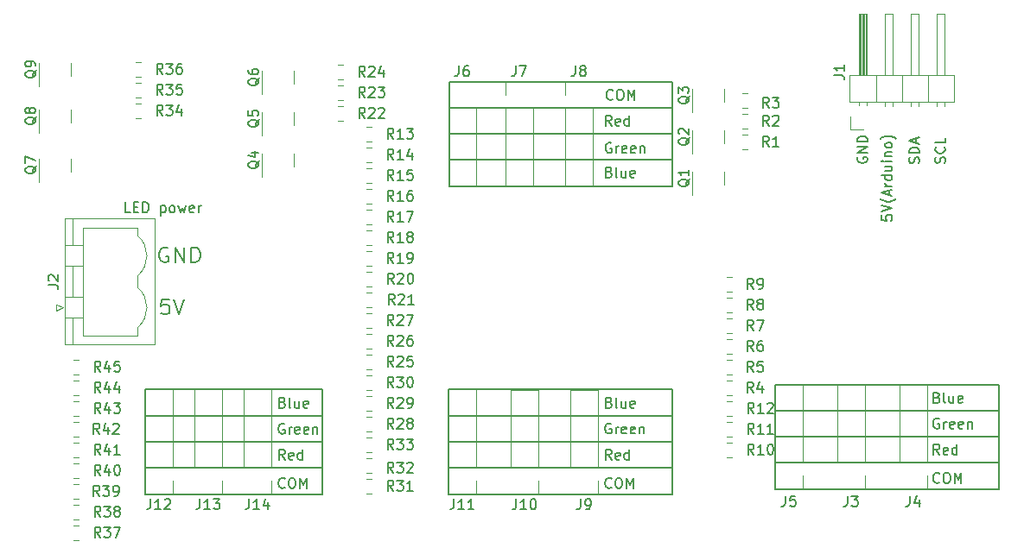
<source format=gbr>
%TF.GenerationSoftware,KiCad,Pcbnew,(6.0.7)*%
%TF.CreationDate,2023-03-18T11:43:07+08:00*%
%TF.ProjectId,LED driver,4c454420-6472-4697-9665-722e6b696361,rev?*%
%TF.SameCoordinates,Original*%
%TF.FileFunction,Legend,Top*%
%TF.FilePolarity,Positive*%
%FSLAX46Y46*%
G04 Gerber Fmt 4.6, Leading zero omitted, Abs format (unit mm)*
G04 Created by KiCad (PCBNEW (6.0.7)) date 2023-03-18 11:43:07*
%MOMM*%
%LPD*%
G01*
G04 APERTURE LIST*
%ADD10C,0.150000*%
%ADD11C,0.200000*%
%ADD12C,0.120000*%
G04 APERTURE END LIST*
D10*
X135322000Y-113782000D02*
X157226000Y-113782000D01*
X135412000Y-81036000D02*
X157256000Y-81036000D01*
X105604000Y-113782000D02*
X122936000Y-113782000D01*
X135322000Y-108642000D02*
X157226000Y-108642000D01*
X157226000Y-108642000D02*
X157226000Y-118922000D01*
X157226000Y-118922000D02*
X135322000Y-118922000D01*
X135322000Y-118922000D02*
X135322000Y-108642000D01*
X167326000Y-113284000D02*
X189230000Y-113284000D01*
X135352000Y-83566000D02*
X157256000Y-83566000D01*
X105604000Y-116322000D02*
X122936000Y-116332000D01*
X167386000Y-110754000D02*
X189230000Y-110754000D01*
X135352000Y-78426000D02*
X157256000Y-78426000D01*
X157256000Y-78426000D02*
X157256000Y-88706000D01*
X157256000Y-88706000D02*
X135352000Y-88706000D01*
X135352000Y-88706000D02*
X135352000Y-78426000D01*
X105604000Y-108642000D02*
X122936000Y-108642000D01*
X122936000Y-108642000D02*
X122936000Y-118922000D01*
X122936000Y-118922000D02*
X105604000Y-118922000D01*
X105604000Y-118922000D02*
X105604000Y-108642000D01*
X167326000Y-115824000D02*
X189230000Y-115834000D01*
X135352000Y-86106000D02*
X157256000Y-86116000D01*
X105664000Y-111252000D02*
X122936000Y-111252000D01*
X135382000Y-111252000D02*
X157226000Y-111252000D01*
X135322000Y-116322000D02*
X157226000Y-116332000D01*
X167326000Y-108144000D02*
X189230000Y-108144000D01*
X189230000Y-108144000D02*
X189230000Y-118424000D01*
X189230000Y-118424000D02*
X167326000Y-118424000D01*
X167326000Y-118424000D02*
X167326000Y-108144000D01*
X151275023Y-82748380D02*
X150941690Y-82272190D01*
X150703595Y-82748380D02*
X150703595Y-81748380D01*
X151084547Y-81748380D01*
X151179785Y-81796000D01*
X151227404Y-81843619D01*
X151275023Y-81938857D01*
X151275023Y-82081714D01*
X151227404Y-82176952D01*
X151179785Y-82224571D01*
X151084547Y-82272190D01*
X150703595Y-82272190D01*
X152084547Y-82700761D02*
X151989309Y-82748380D01*
X151798833Y-82748380D01*
X151703595Y-82700761D01*
X151655976Y-82605523D01*
X151655976Y-82224571D01*
X151703595Y-82129333D01*
X151798833Y-82081714D01*
X151989309Y-82081714D01*
X152084547Y-82129333D01*
X152132166Y-82224571D01*
X152132166Y-82319809D01*
X151655976Y-82415047D01*
X152989309Y-82748380D02*
X152989309Y-81748380D01*
X152989309Y-82700761D02*
X152894071Y-82748380D01*
X152703595Y-82748380D01*
X152608357Y-82700761D01*
X152560738Y-82653142D01*
X152513119Y-82557904D01*
X152513119Y-82272190D01*
X152560738Y-82176952D01*
X152608357Y-82129333D01*
X152703595Y-82081714D01*
X152894071Y-82081714D01*
X152989309Y-82129333D01*
X151036928Y-109910571D02*
X151179785Y-109958190D01*
X151227404Y-110005809D01*
X151275023Y-110101047D01*
X151275023Y-110243904D01*
X151227404Y-110339142D01*
X151179785Y-110386761D01*
X151084547Y-110434380D01*
X150703595Y-110434380D01*
X150703595Y-109434380D01*
X151036928Y-109434380D01*
X151132166Y-109482000D01*
X151179785Y-109529619D01*
X151227404Y-109624857D01*
X151227404Y-109720095D01*
X151179785Y-109815333D01*
X151132166Y-109862952D01*
X151036928Y-109910571D01*
X150703595Y-109910571D01*
X151846452Y-110434380D02*
X151751214Y-110386761D01*
X151703595Y-110291523D01*
X151703595Y-109434380D01*
X152655976Y-109767714D02*
X152655976Y-110434380D01*
X152227404Y-109767714D02*
X152227404Y-110291523D01*
X152275023Y-110386761D01*
X152370261Y-110434380D01*
X152513119Y-110434380D01*
X152608357Y-110386761D01*
X152655976Y-110339142D01*
X153513119Y-110386761D02*
X153417880Y-110434380D01*
X153227404Y-110434380D01*
X153132166Y-110386761D01*
X153084547Y-110291523D01*
X153084547Y-109910571D01*
X153132166Y-109815333D01*
X153227404Y-109767714D01*
X153417880Y-109767714D01*
X153513119Y-109815333D01*
X153560738Y-109910571D01*
X153560738Y-110005809D01*
X153084547Y-110101047D01*
X151257404Y-84463000D02*
X151162166Y-84415380D01*
X151019309Y-84415380D01*
X150876452Y-84463000D01*
X150781214Y-84558238D01*
X150733595Y-84653476D01*
X150685976Y-84843952D01*
X150685976Y-84986809D01*
X150733595Y-85177285D01*
X150781214Y-85272523D01*
X150876452Y-85367761D01*
X151019309Y-85415380D01*
X151114547Y-85415380D01*
X151257404Y-85367761D01*
X151305023Y-85320142D01*
X151305023Y-84986809D01*
X151114547Y-84986809D01*
X151733595Y-85415380D02*
X151733595Y-84748714D01*
X151733595Y-84939190D02*
X151781214Y-84843952D01*
X151828833Y-84796333D01*
X151924071Y-84748714D01*
X152019309Y-84748714D01*
X152733595Y-85367761D02*
X152638357Y-85415380D01*
X152447880Y-85415380D01*
X152352642Y-85367761D01*
X152305023Y-85272523D01*
X152305023Y-84891571D01*
X152352642Y-84796333D01*
X152447880Y-84748714D01*
X152638357Y-84748714D01*
X152733595Y-84796333D01*
X152781214Y-84891571D01*
X152781214Y-84986809D01*
X152305023Y-85082047D01*
X153590738Y-85367761D02*
X153495500Y-85415380D01*
X153305023Y-85415380D01*
X153209785Y-85367761D01*
X153162166Y-85272523D01*
X153162166Y-84891571D01*
X153209785Y-84796333D01*
X153305023Y-84748714D01*
X153495500Y-84748714D01*
X153590738Y-84796333D01*
X153638357Y-84891571D01*
X153638357Y-84986809D01*
X153162166Y-85082047D01*
X154066928Y-84748714D02*
X154066928Y-85415380D01*
X154066928Y-84843952D02*
X154114547Y-84796333D01*
X154209785Y-84748714D01*
X154352642Y-84748714D01*
X154447880Y-84796333D01*
X154495500Y-84891571D01*
X154495500Y-85415380D01*
X151402023Y-80113142D02*
X151354404Y-80160761D01*
X151211547Y-80208380D01*
X151116309Y-80208380D01*
X150973452Y-80160761D01*
X150878214Y-80065523D01*
X150830595Y-79970285D01*
X150782976Y-79779809D01*
X150782976Y-79636952D01*
X150830595Y-79446476D01*
X150878214Y-79351238D01*
X150973452Y-79256000D01*
X151116309Y-79208380D01*
X151211547Y-79208380D01*
X151354404Y-79256000D01*
X151402023Y-79303619D01*
X152021071Y-79208380D02*
X152211547Y-79208380D01*
X152306785Y-79256000D01*
X152402023Y-79351238D01*
X152449642Y-79541714D01*
X152449642Y-79875047D01*
X152402023Y-80065523D01*
X152306785Y-80160761D01*
X152211547Y-80208380D01*
X152021071Y-80208380D01*
X151925833Y-80160761D01*
X151830595Y-80065523D01*
X151782976Y-79875047D01*
X151782976Y-79541714D01*
X151830595Y-79351238D01*
X151925833Y-79256000D01*
X152021071Y-79208380D01*
X152878214Y-80208380D02*
X152878214Y-79208380D01*
X153211547Y-79922666D01*
X153544880Y-79208380D01*
X153544880Y-80208380D01*
X183167928Y-109412571D02*
X183310785Y-109460190D01*
X183358404Y-109507809D01*
X183406023Y-109603047D01*
X183406023Y-109745904D01*
X183358404Y-109841142D01*
X183310785Y-109888761D01*
X183215547Y-109936380D01*
X182834595Y-109936380D01*
X182834595Y-108936380D01*
X183167928Y-108936380D01*
X183263166Y-108984000D01*
X183310785Y-109031619D01*
X183358404Y-109126857D01*
X183358404Y-109222095D01*
X183310785Y-109317333D01*
X183263166Y-109364952D01*
X183167928Y-109412571D01*
X182834595Y-109412571D01*
X183977452Y-109936380D02*
X183882214Y-109888761D01*
X183834595Y-109793523D01*
X183834595Y-108936380D01*
X184786976Y-109269714D02*
X184786976Y-109936380D01*
X184358404Y-109269714D02*
X184358404Y-109793523D01*
X184406023Y-109888761D01*
X184501261Y-109936380D01*
X184644119Y-109936380D01*
X184739357Y-109888761D01*
X184786976Y-109841142D01*
X185644119Y-109888761D02*
X185548880Y-109936380D01*
X185358404Y-109936380D01*
X185263166Y-109888761D01*
X185215547Y-109793523D01*
X185215547Y-109412571D01*
X185263166Y-109317333D01*
X185358404Y-109269714D01*
X185548880Y-109269714D01*
X185644119Y-109317333D01*
X185691738Y-109412571D01*
X185691738Y-109507809D01*
X185215547Y-109603047D01*
X119032928Y-109910571D02*
X119175785Y-109958190D01*
X119223404Y-110005809D01*
X119271023Y-110101047D01*
X119271023Y-110243904D01*
X119223404Y-110339142D01*
X119175785Y-110386761D01*
X119080547Y-110434380D01*
X118699595Y-110434380D01*
X118699595Y-109434380D01*
X119032928Y-109434380D01*
X119128166Y-109482000D01*
X119175785Y-109529619D01*
X119223404Y-109624857D01*
X119223404Y-109720095D01*
X119175785Y-109815333D01*
X119128166Y-109862952D01*
X119032928Y-109910571D01*
X118699595Y-109910571D01*
X119842452Y-110434380D02*
X119747214Y-110386761D01*
X119699595Y-110291523D01*
X119699595Y-109434380D01*
X120651976Y-109767714D02*
X120651976Y-110434380D01*
X120223404Y-109767714D02*
X120223404Y-110291523D01*
X120271023Y-110386761D01*
X120366261Y-110434380D01*
X120509119Y-110434380D01*
X120604357Y-110386761D01*
X120651976Y-110339142D01*
X121509119Y-110386761D02*
X121413880Y-110434380D01*
X121223404Y-110434380D01*
X121128166Y-110386761D01*
X121080547Y-110291523D01*
X121080547Y-109910571D01*
X121128166Y-109815333D01*
X121223404Y-109767714D01*
X121413880Y-109767714D01*
X121509119Y-109815333D01*
X121556738Y-109910571D01*
X121556738Y-110005809D01*
X121080547Y-110101047D01*
X181379761Y-86431285D02*
X181427380Y-86288428D01*
X181427380Y-86050333D01*
X181379761Y-85955095D01*
X181332142Y-85907476D01*
X181236904Y-85859857D01*
X181141666Y-85859857D01*
X181046428Y-85907476D01*
X180998809Y-85955095D01*
X180951190Y-86050333D01*
X180903571Y-86240809D01*
X180855952Y-86336047D01*
X180808333Y-86383666D01*
X180713095Y-86431285D01*
X180617857Y-86431285D01*
X180522619Y-86383666D01*
X180475000Y-86336047D01*
X180427380Y-86240809D01*
X180427380Y-86002714D01*
X180475000Y-85859857D01*
X181427380Y-85431285D02*
X180427380Y-85431285D01*
X180427380Y-85193190D01*
X180475000Y-85050333D01*
X180570238Y-84955095D01*
X180665476Y-84907476D01*
X180855952Y-84859857D01*
X180998809Y-84859857D01*
X181189285Y-84907476D01*
X181284523Y-84955095D01*
X181379761Y-85050333D01*
X181427380Y-85193190D01*
X181427380Y-85431285D01*
X181141666Y-84478904D02*
X181141666Y-84002714D01*
X181427380Y-84574142D02*
X180427380Y-84240809D01*
X181427380Y-83907476D01*
X183406023Y-117705142D02*
X183358404Y-117752761D01*
X183215547Y-117800380D01*
X183120309Y-117800380D01*
X182977452Y-117752761D01*
X182882214Y-117657523D01*
X182834595Y-117562285D01*
X182786976Y-117371809D01*
X182786976Y-117228952D01*
X182834595Y-117038476D01*
X182882214Y-116943238D01*
X182977452Y-116848000D01*
X183120309Y-116800380D01*
X183215547Y-116800380D01*
X183358404Y-116848000D01*
X183406023Y-116895619D01*
X184025071Y-116800380D02*
X184215547Y-116800380D01*
X184310785Y-116848000D01*
X184406023Y-116943238D01*
X184453642Y-117133714D01*
X184453642Y-117467047D01*
X184406023Y-117657523D01*
X184310785Y-117752761D01*
X184215547Y-117800380D01*
X184025071Y-117800380D01*
X183929833Y-117752761D01*
X183834595Y-117657523D01*
X183786976Y-117467047D01*
X183786976Y-117133714D01*
X183834595Y-116943238D01*
X183929833Y-116848000D01*
X184025071Y-116800380D01*
X184882214Y-117800380D02*
X184882214Y-116800380D01*
X185215547Y-117514666D01*
X185548880Y-116800380D01*
X185548880Y-117800380D01*
X183919761Y-86407476D02*
X183967380Y-86264619D01*
X183967380Y-86026523D01*
X183919761Y-85931285D01*
X183872142Y-85883666D01*
X183776904Y-85836047D01*
X183681666Y-85836047D01*
X183586428Y-85883666D01*
X183538809Y-85931285D01*
X183491190Y-86026523D01*
X183443571Y-86217000D01*
X183395952Y-86312238D01*
X183348333Y-86359857D01*
X183253095Y-86407476D01*
X183157857Y-86407476D01*
X183062619Y-86359857D01*
X183015000Y-86312238D01*
X182967380Y-86217000D01*
X182967380Y-85978904D01*
X183015000Y-85836047D01*
X183872142Y-84836047D02*
X183919761Y-84883666D01*
X183967380Y-85026523D01*
X183967380Y-85121761D01*
X183919761Y-85264619D01*
X183824523Y-85359857D01*
X183729285Y-85407476D01*
X183538809Y-85455095D01*
X183395952Y-85455095D01*
X183205476Y-85407476D01*
X183110238Y-85359857D01*
X183015000Y-85264619D01*
X182967380Y-85121761D01*
X182967380Y-85026523D01*
X183015000Y-84883666D01*
X183062619Y-84836047D01*
X183967380Y-83931285D02*
X183967380Y-84407476D01*
X182967380Y-84407476D01*
X151227404Y-112002000D02*
X151132166Y-111954380D01*
X150989309Y-111954380D01*
X150846452Y-112002000D01*
X150751214Y-112097238D01*
X150703595Y-112192476D01*
X150655976Y-112382952D01*
X150655976Y-112525809D01*
X150703595Y-112716285D01*
X150751214Y-112811523D01*
X150846452Y-112906761D01*
X150989309Y-112954380D01*
X151084547Y-112954380D01*
X151227404Y-112906761D01*
X151275023Y-112859142D01*
X151275023Y-112525809D01*
X151084547Y-112525809D01*
X151703595Y-112954380D02*
X151703595Y-112287714D01*
X151703595Y-112478190D02*
X151751214Y-112382952D01*
X151798833Y-112335333D01*
X151894071Y-112287714D01*
X151989309Y-112287714D01*
X152703595Y-112906761D02*
X152608357Y-112954380D01*
X152417880Y-112954380D01*
X152322642Y-112906761D01*
X152275023Y-112811523D01*
X152275023Y-112430571D01*
X152322642Y-112335333D01*
X152417880Y-112287714D01*
X152608357Y-112287714D01*
X152703595Y-112335333D01*
X152751214Y-112430571D01*
X152751214Y-112525809D01*
X152275023Y-112621047D01*
X153560738Y-112906761D02*
X153465500Y-112954380D01*
X153275023Y-112954380D01*
X153179785Y-112906761D01*
X153132166Y-112811523D01*
X153132166Y-112430571D01*
X153179785Y-112335333D01*
X153275023Y-112287714D01*
X153465500Y-112287714D01*
X153560738Y-112335333D01*
X153608357Y-112430571D01*
X153608357Y-112525809D01*
X153132166Y-112621047D01*
X154036928Y-112287714D02*
X154036928Y-112954380D01*
X154036928Y-112382952D02*
X154084547Y-112335333D01*
X154179785Y-112287714D01*
X154322642Y-112287714D01*
X154417880Y-112335333D01*
X154465500Y-112430571D01*
X154465500Y-112954380D01*
X119223404Y-112022000D02*
X119128166Y-111974380D01*
X118985309Y-111974380D01*
X118842452Y-112022000D01*
X118747214Y-112117238D01*
X118699595Y-112212476D01*
X118651976Y-112402952D01*
X118651976Y-112545809D01*
X118699595Y-112736285D01*
X118747214Y-112831523D01*
X118842452Y-112926761D01*
X118985309Y-112974380D01*
X119080547Y-112974380D01*
X119223404Y-112926761D01*
X119271023Y-112879142D01*
X119271023Y-112545809D01*
X119080547Y-112545809D01*
X119699595Y-112974380D02*
X119699595Y-112307714D01*
X119699595Y-112498190D02*
X119747214Y-112402952D01*
X119794833Y-112355333D01*
X119890071Y-112307714D01*
X119985309Y-112307714D01*
X120699595Y-112926761D02*
X120604357Y-112974380D01*
X120413880Y-112974380D01*
X120318642Y-112926761D01*
X120271023Y-112831523D01*
X120271023Y-112450571D01*
X120318642Y-112355333D01*
X120413880Y-112307714D01*
X120604357Y-112307714D01*
X120699595Y-112355333D01*
X120747214Y-112450571D01*
X120747214Y-112545809D01*
X120271023Y-112641047D01*
X121556738Y-112926761D02*
X121461500Y-112974380D01*
X121271023Y-112974380D01*
X121175785Y-112926761D01*
X121128166Y-112831523D01*
X121128166Y-112450571D01*
X121175785Y-112355333D01*
X121271023Y-112307714D01*
X121461500Y-112307714D01*
X121556738Y-112355333D01*
X121604357Y-112450571D01*
X121604357Y-112545809D01*
X121128166Y-112641047D01*
X122032928Y-112307714D02*
X122032928Y-112974380D01*
X122032928Y-112402952D02*
X122080547Y-112355333D01*
X122175785Y-112307714D01*
X122318642Y-112307714D01*
X122413880Y-112355333D01*
X122461500Y-112450571D01*
X122461500Y-112974380D01*
X119271023Y-118213142D02*
X119223404Y-118260761D01*
X119080547Y-118308380D01*
X118985309Y-118308380D01*
X118842452Y-118260761D01*
X118747214Y-118165523D01*
X118699595Y-118070285D01*
X118651976Y-117879809D01*
X118651976Y-117736952D01*
X118699595Y-117546476D01*
X118747214Y-117451238D01*
X118842452Y-117356000D01*
X118985309Y-117308380D01*
X119080547Y-117308380D01*
X119223404Y-117356000D01*
X119271023Y-117403619D01*
X119890071Y-117308380D02*
X120080547Y-117308380D01*
X120175785Y-117356000D01*
X120271023Y-117451238D01*
X120318642Y-117641714D01*
X120318642Y-117975047D01*
X120271023Y-118165523D01*
X120175785Y-118260761D01*
X120080547Y-118308380D01*
X119890071Y-118308380D01*
X119794833Y-118260761D01*
X119699595Y-118165523D01*
X119651976Y-117975047D01*
X119651976Y-117641714D01*
X119699595Y-117451238D01*
X119794833Y-117356000D01*
X119890071Y-117308380D01*
X120747214Y-118308380D02*
X120747214Y-117308380D01*
X121080547Y-118022666D01*
X121413880Y-117308380D01*
X121413880Y-118308380D01*
X151275023Y-118213142D02*
X151227404Y-118260761D01*
X151084547Y-118308380D01*
X150989309Y-118308380D01*
X150846452Y-118260761D01*
X150751214Y-118165523D01*
X150703595Y-118070285D01*
X150655976Y-117879809D01*
X150655976Y-117736952D01*
X150703595Y-117546476D01*
X150751214Y-117451238D01*
X150846452Y-117356000D01*
X150989309Y-117308380D01*
X151084547Y-117308380D01*
X151227404Y-117356000D01*
X151275023Y-117403619D01*
X151894071Y-117308380D02*
X152084547Y-117308380D01*
X152179785Y-117356000D01*
X152275023Y-117451238D01*
X152322642Y-117641714D01*
X152322642Y-117975047D01*
X152275023Y-118165523D01*
X152179785Y-118260761D01*
X152084547Y-118308380D01*
X151894071Y-118308380D01*
X151798833Y-118260761D01*
X151703595Y-118165523D01*
X151655976Y-117975047D01*
X151655976Y-117641714D01*
X151703595Y-117451238D01*
X151798833Y-117356000D01*
X151894071Y-117308380D01*
X152751214Y-118308380D02*
X152751214Y-117308380D01*
X153084547Y-118022666D01*
X153417880Y-117308380D01*
X153417880Y-118308380D01*
X151275023Y-115514380D02*
X150941690Y-115038190D01*
X150703595Y-115514380D02*
X150703595Y-114514380D01*
X151084547Y-114514380D01*
X151179785Y-114562000D01*
X151227404Y-114609619D01*
X151275023Y-114704857D01*
X151275023Y-114847714D01*
X151227404Y-114942952D01*
X151179785Y-114990571D01*
X151084547Y-115038190D01*
X150703595Y-115038190D01*
X152084547Y-115466761D02*
X151989309Y-115514380D01*
X151798833Y-115514380D01*
X151703595Y-115466761D01*
X151655976Y-115371523D01*
X151655976Y-114990571D01*
X151703595Y-114895333D01*
X151798833Y-114847714D01*
X151989309Y-114847714D01*
X152084547Y-114895333D01*
X152132166Y-114990571D01*
X152132166Y-115085809D01*
X151655976Y-115181047D01*
X152989309Y-115514380D02*
X152989309Y-114514380D01*
X152989309Y-115466761D02*
X152894071Y-115514380D01*
X152703595Y-115514380D01*
X152608357Y-115466761D01*
X152560738Y-115419142D01*
X152513119Y-115323904D01*
X152513119Y-115038190D01*
X152560738Y-114942952D01*
X152608357Y-114895333D01*
X152703595Y-114847714D01*
X152894071Y-114847714D01*
X152989309Y-114895333D01*
X151036928Y-87304571D02*
X151179785Y-87352190D01*
X151227404Y-87399809D01*
X151275023Y-87495047D01*
X151275023Y-87637904D01*
X151227404Y-87733142D01*
X151179785Y-87780761D01*
X151084547Y-87828380D01*
X150703595Y-87828380D01*
X150703595Y-86828380D01*
X151036928Y-86828380D01*
X151132166Y-86876000D01*
X151179785Y-86923619D01*
X151227404Y-87018857D01*
X151227404Y-87114095D01*
X151179785Y-87209333D01*
X151132166Y-87256952D01*
X151036928Y-87304571D01*
X150703595Y-87304571D01*
X151846452Y-87828380D02*
X151751214Y-87780761D01*
X151703595Y-87685523D01*
X151703595Y-86828380D01*
X152655976Y-87161714D02*
X152655976Y-87828380D01*
X152227404Y-87161714D02*
X152227404Y-87685523D01*
X152275023Y-87780761D01*
X152370261Y-87828380D01*
X152513119Y-87828380D01*
X152608357Y-87780761D01*
X152655976Y-87733142D01*
X153513119Y-87780761D02*
X153417880Y-87828380D01*
X153227404Y-87828380D01*
X153132166Y-87780761D01*
X153084547Y-87685523D01*
X153084547Y-87304571D01*
X153132166Y-87209333D01*
X153227404Y-87161714D01*
X153417880Y-87161714D01*
X153513119Y-87209333D01*
X153560738Y-87304571D01*
X153560738Y-87399809D01*
X153084547Y-87495047D01*
D11*
X107823142Y-94754000D02*
X107680285Y-94682571D01*
X107466000Y-94682571D01*
X107251714Y-94754000D01*
X107108857Y-94896857D01*
X107037428Y-95039714D01*
X106966000Y-95325428D01*
X106966000Y-95539714D01*
X107037428Y-95825428D01*
X107108857Y-95968285D01*
X107251714Y-96111142D01*
X107466000Y-96182571D01*
X107608857Y-96182571D01*
X107823142Y-96111142D01*
X107894571Y-96039714D01*
X107894571Y-95539714D01*
X107608857Y-95539714D01*
X108537428Y-96182571D02*
X108537428Y-94682571D01*
X109394571Y-96182571D01*
X109394571Y-94682571D01*
X110108857Y-96182571D02*
X110108857Y-94682571D01*
X110466000Y-94682571D01*
X110680285Y-94754000D01*
X110823142Y-94896857D01*
X110894571Y-95039714D01*
X110966000Y-95325428D01*
X110966000Y-95539714D01*
X110894571Y-95825428D01*
X110823142Y-95968285D01*
X110680285Y-96111142D01*
X110466000Y-96182571D01*
X110108857Y-96182571D01*
X107918285Y-99762571D02*
X107204000Y-99762571D01*
X107132571Y-100476857D01*
X107204000Y-100405428D01*
X107346857Y-100334000D01*
X107704000Y-100334000D01*
X107846857Y-100405428D01*
X107918285Y-100476857D01*
X107989714Y-100619714D01*
X107989714Y-100976857D01*
X107918285Y-101119714D01*
X107846857Y-101191142D01*
X107704000Y-101262571D01*
X107346857Y-101262571D01*
X107204000Y-101191142D01*
X107132571Y-101119714D01*
X108418285Y-99762571D02*
X108918285Y-101262571D01*
X109418285Y-99762571D01*
D10*
X183358404Y-111504000D02*
X183263166Y-111456380D01*
X183120309Y-111456380D01*
X182977452Y-111504000D01*
X182882214Y-111599238D01*
X182834595Y-111694476D01*
X182786976Y-111884952D01*
X182786976Y-112027809D01*
X182834595Y-112218285D01*
X182882214Y-112313523D01*
X182977452Y-112408761D01*
X183120309Y-112456380D01*
X183215547Y-112456380D01*
X183358404Y-112408761D01*
X183406023Y-112361142D01*
X183406023Y-112027809D01*
X183215547Y-112027809D01*
X183834595Y-112456380D02*
X183834595Y-111789714D01*
X183834595Y-111980190D02*
X183882214Y-111884952D01*
X183929833Y-111837333D01*
X184025071Y-111789714D01*
X184120309Y-111789714D01*
X184834595Y-112408761D02*
X184739357Y-112456380D01*
X184548880Y-112456380D01*
X184453642Y-112408761D01*
X184406023Y-112313523D01*
X184406023Y-111932571D01*
X184453642Y-111837333D01*
X184548880Y-111789714D01*
X184739357Y-111789714D01*
X184834595Y-111837333D01*
X184882214Y-111932571D01*
X184882214Y-112027809D01*
X184406023Y-112123047D01*
X185691738Y-112408761D02*
X185596500Y-112456380D01*
X185406023Y-112456380D01*
X185310785Y-112408761D01*
X185263166Y-112313523D01*
X185263166Y-111932571D01*
X185310785Y-111837333D01*
X185406023Y-111789714D01*
X185596500Y-111789714D01*
X185691738Y-111837333D01*
X185739357Y-111932571D01*
X185739357Y-112027809D01*
X185263166Y-112123047D01*
X186167928Y-111789714D02*
X186167928Y-112456380D01*
X186167928Y-111884952D02*
X186215547Y-111837333D01*
X186310785Y-111789714D01*
X186453642Y-111789714D01*
X186548880Y-111837333D01*
X186596500Y-111932571D01*
X186596500Y-112456380D01*
X183406023Y-115006380D02*
X183072690Y-114530190D01*
X182834595Y-115006380D02*
X182834595Y-114006380D01*
X183215547Y-114006380D01*
X183310785Y-114054000D01*
X183358404Y-114101619D01*
X183406023Y-114196857D01*
X183406023Y-114339714D01*
X183358404Y-114434952D01*
X183310785Y-114482571D01*
X183215547Y-114530190D01*
X182834595Y-114530190D01*
X184215547Y-114958761D02*
X184120309Y-115006380D01*
X183929833Y-115006380D01*
X183834595Y-114958761D01*
X183786976Y-114863523D01*
X183786976Y-114482571D01*
X183834595Y-114387333D01*
X183929833Y-114339714D01*
X184120309Y-114339714D01*
X184215547Y-114387333D01*
X184263166Y-114482571D01*
X184263166Y-114577809D01*
X183786976Y-114673047D01*
X185120309Y-115006380D02*
X185120309Y-114006380D01*
X185120309Y-114958761D02*
X185025071Y-115006380D01*
X184834595Y-115006380D01*
X184739357Y-114958761D01*
X184691738Y-114911142D01*
X184644119Y-114815904D01*
X184644119Y-114530190D01*
X184691738Y-114434952D01*
X184739357Y-114387333D01*
X184834595Y-114339714D01*
X185025071Y-114339714D01*
X185120309Y-114387333D01*
X119271023Y-115514380D02*
X118937690Y-115038190D01*
X118699595Y-115514380D02*
X118699595Y-114514380D01*
X119080547Y-114514380D01*
X119175785Y-114562000D01*
X119223404Y-114609619D01*
X119271023Y-114704857D01*
X119271023Y-114847714D01*
X119223404Y-114942952D01*
X119175785Y-114990571D01*
X119080547Y-115038190D01*
X118699595Y-115038190D01*
X120080547Y-115466761D02*
X119985309Y-115514380D01*
X119794833Y-115514380D01*
X119699595Y-115466761D01*
X119651976Y-115371523D01*
X119651976Y-114990571D01*
X119699595Y-114895333D01*
X119794833Y-114847714D01*
X119985309Y-114847714D01*
X120080547Y-114895333D01*
X120128166Y-114990571D01*
X120128166Y-115085809D01*
X119651976Y-115181047D01*
X120985309Y-115514380D02*
X120985309Y-114514380D01*
X120985309Y-115466761D02*
X120890071Y-115514380D01*
X120699595Y-115514380D01*
X120604357Y-115466761D01*
X120556738Y-115419142D01*
X120509119Y-115323904D01*
X120509119Y-115038190D01*
X120556738Y-114942952D01*
X120604357Y-114895333D01*
X120699595Y-114847714D01*
X120890071Y-114847714D01*
X120985309Y-114895333D01*
X175395000Y-85851904D02*
X175347380Y-85947142D01*
X175347380Y-86090000D01*
X175395000Y-86232857D01*
X175490238Y-86328095D01*
X175585476Y-86375714D01*
X175775952Y-86423333D01*
X175918809Y-86423333D01*
X176109285Y-86375714D01*
X176204523Y-86328095D01*
X176299761Y-86232857D01*
X176347380Y-86090000D01*
X176347380Y-85994761D01*
X176299761Y-85851904D01*
X176252142Y-85804285D01*
X175918809Y-85804285D01*
X175918809Y-85994761D01*
X176347380Y-85375714D02*
X175347380Y-85375714D01*
X176347380Y-84804285D01*
X175347380Y-84804285D01*
X176347380Y-84328095D02*
X175347380Y-84328095D01*
X175347380Y-84090000D01*
X175395000Y-83947142D01*
X175490238Y-83851904D01*
X175585476Y-83804285D01*
X175775952Y-83756666D01*
X175918809Y-83756666D01*
X176109285Y-83804285D01*
X176204523Y-83851904D01*
X176299761Y-83947142D01*
X176347380Y-84090000D01*
X176347380Y-84328095D01*
X177760380Y-91526857D02*
X177760380Y-92003047D01*
X178236571Y-92050666D01*
X178188952Y-92003047D01*
X178141333Y-91907809D01*
X178141333Y-91669714D01*
X178188952Y-91574476D01*
X178236571Y-91526857D01*
X178331809Y-91479238D01*
X178569904Y-91479238D01*
X178665142Y-91526857D01*
X178712761Y-91574476D01*
X178760380Y-91669714D01*
X178760380Y-91907809D01*
X178712761Y-92003047D01*
X178665142Y-92050666D01*
X177760380Y-91193523D02*
X178760380Y-90860190D01*
X177760380Y-90526857D01*
X179141333Y-89907809D02*
X179093714Y-89955428D01*
X178950857Y-90050666D01*
X178855619Y-90098285D01*
X178712761Y-90145904D01*
X178474666Y-90193523D01*
X178284190Y-90193523D01*
X178046095Y-90145904D01*
X177903238Y-90098285D01*
X177808000Y-90050666D01*
X177665142Y-89955428D01*
X177617523Y-89907809D01*
X178474666Y-89574476D02*
X178474666Y-89098285D01*
X178760380Y-89669714D02*
X177760380Y-89336380D01*
X178760380Y-89003047D01*
X178760380Y-88669714D02*
X178093714Y-88669714D01*
X178284190Y-88669714D02*
X178188952Y-88622095D01*
X178141333Y-88574476D01*
X178093714Y-88479238D01*
X178093714Y-88384000D01*
X178760380Y-87622095D02*
X177760380Y-87622095D01*
X178712761Y-87622095D02*
X178760380Y-87717333D01*
X178760380Y-87907809D01*
X178712761Y-88003047D01*
X178665142Y-88050666D01*
X178569904Y-88098285D01*
X178284190Y-88098285D01*
X178188952Y-88050666D01*
X178141333Y-88003047D01*
X178093714Y-87907809D01*
X178093714Y-87717333D01*
X178141333Y-87622095D01*
X178093714Y-86717333D02*
X178760380Y-86717333D01*
X178093714Y-87145904D02*
X178617523Y-87145904D01*
X178712761Y-87098285D01*
X178760380Y-87003047D01*
X178760380Y-86860190D01*
X178712761Y-86764952D01*
X178665142Y-86717333D01*
X178760380Y-86241142D02*
X178093714Y-86241142D01*
X177760380Y-86241142D02*
X177808000Y-86288761D01*
X177855619Y-86241142D01*
X177808000Y-86193523D01*
X177760380Y-86241142D01*
X177855619Y-86241142D01*
X178093714Y-85764952D02*
X178760380Y-85764952D01*
X178188952Y-85764952D02*
X178141333Y-85717333D01*
X178093714Y-85622095D01*
X178093714Y-85479238D01*
X178141333Y-85384000D01*
X178236571Y-85336380D01*
X178760380Y-85336380D01*
X178760380Y-84717333D02*
X178712761Y-84812571D01*
X178665142Y-84860190D01*
X178569904Y-84907809D01*
X178284190Y-84907809D01*
X178188952Y-84860190D01*
X178141333Y-84812571D01*
X178093714Y-84717333D01*
X178093714Y-84574476D01*
X178141333Y-84479238D01*
X178188952Y-84431619D01*
X178284190Y-84384000D01*
X178569904Y-84384000D01*
X178665142Y-84431619D01*
X178712761Y-84479238D01*
X178760380Y-84574476D01*
X178760380Y-84717333D01*
X179141333Y-84050666D02*
X179093714Y-84003047D01*
X178950857Y-83907809D01*
X178855619Y-83860190D01*
X178712761Y-83812571D01*
X178474666Y-83764952D01*
X178284190Y-83764952D01*
X178046095Y-83812571D01*
X177903238Y-83860190D01*
X177808000Y-83907809D01*
X177665142Y-84003047D01*
X177617523Y-84050666D01*
X104124523Y-91257380D02*
X103648333Y-91257380D01*
X103648333Y-90257380D01*
X104457857Y-90733571D02*
X104791190Y-90733571D01*
X104934047Y-91257380D02*
X104457857Y-91257380D01*
X104457857Y-90257380D01*
X104934047Y-90257380D01*
X105362619Y-91257380D02*
X105362619Y-90257380D01*
X105600714Y-90257380D01*
X105743571Y-90305000D01*
X105838809Y-90400238D01*
X105886428Y-90495476D01*
X105934047Y-90685952D01*
X105934047Y-90828809D01*
X105886428Y-91019285D01*
X105838809Y-91114523D01*
X105743571Y-91209761D01*
X105600714Y-91257380D01*
X105362619Y-91257380D01*
X107124523Y-90590714D02*
X107124523Y-91590714D01*
X107124523Y-90638333D02*
X107219761Y-90590714D01*
X107410238Y-90590714D01*
X107505476Y-90638333D01*
X107553095Y-90685952D01*
X107600714Y-90781190D01*
X107600714Y-91066904D01*
X107553095Y-91162142D01*
X107505476Y-91209761D01*
X107410238Y-91257380D01*
X107219761Y-91257380D01*
X107124523Y-91209761D01*
X108172142Y-91257380D02*
X108076904Y-91209761D01*
X108029285Y-91162142D01*
X107981666Y-91066904D01*
X107981666Y-90781190D01*
X108029285Y-90685952D01*
X108076904Y-90638333D01*
X108172142Y-90590714D01*
X108315000Y-90590714D01*
X108410238Y-90638333D01*
X108457857Y-90685952D01*
X108505476Y-90781190D01*
X108505476Y-91066904D01*
X108457857Y-91162142D01*
X108410238Y-91209761D01*
X108315000Y-91257380D01*
X108172142Y-91257380D01*
X108838809Y-90590714D02*
X109029285Y-91257380D01*
X109219761Y-90781190D01*
X109410238Y-91257380D01*
X109600714Y-90590714D01*
X110362619Y-91209761D02*
X110267380Y-91257380D01*
X110076904Y-91257380D01*
X109981666Y-91209761D01*
X109934047Y-91114523D01*
X109934047Y-90733571D01*
X109981666Y-90638333D01*
X110076904Y-90590714D01*
X110267380Y-90590714D01*
X110362619Y-90638333D01*
X110410238Y-90733571D01*
X110410238Y-90828809D01*
X109934047Y-90924047D01*
X110838809Y-91257380D02*
X110838809Y-90590714D01*
X110838809Y-90781190D02*
X110886428Y-90685952D01*
X110934047Y-90638333D01*
X111029285Y-90590714D01*
X111124523Y-90590714D01*
%TO.C,R7*%
X165187333Y-102814380D02*
X164854000Y-102338190D01*
X164615904Y-102814380D02*
X164615904Y-101814380D01*
X164996857Y-101814380D01*
X165092095Y-101862000D01*
X165139714Y-101909619D01*
X165187333Y-102004857D01*
X165187333Y-102147714D01*
X165139714Y-102242952D01*
X165092095Y-102290571D01*
X164996857Y-102338190D01*
X164615904Y-102338190D01*
X165520666Y-101814380D02*
X166187333Y-101814380D01*
X165758761Y-102814380D01*
%TO.C,Q1*%
X158929619Y-87979238D02*
X158882000Y-88074476D01*
X158786761Y-88169714D01*
X158643904Y-88312571D01*
X158596285Y-88407809D01*
X158596285Y-88503047D01*
X158834380Y-88455428D02*
X158786761Y-88550666D01*
X158691523Y-88645904D01*
X158501047Y-88693523D01*
X158167714Y-88693523D01*
X157977238Y-88645904D01*
X157882000Y-88550666D01*
X157834380Y-88455428D01*
X157834380Y-88264952D01*
X157882000Y-88169714D01*
X157977238Y-88074476D01*
X158167714Y-88026857D01*
X158501047Y-88026857D01*
X158691523Y-88074476D01*
X158786761Y-88169714D01*
X158834380Y-88264952D01*
X158834380Y-88455428D01*
X158834380Y-87074476D02*
X158834380Y-87645904D01*
X158834380Y-87360190D02*
X157834380Y-87360190D01*
X157977238Y-87455428D01*
X158072476Y-87550666D01*
X158120095Y-87645904D01*
%TO.C,Q8*%
X94921619Y-81883238D02*
X94874000Y-81978476D01*
X94778761Y-82073714D01*
X94635904Y-82216571D01*
X94588285Y-82311809D01*
X94588285Y-82407047D01*
X94826380Y-82359428D02*
X94778761Y-82454666D01*
X94683523Y-82549904D01*
X94493047Y-82597523D01*
X94159714Y-82597523D01*
X93969238Y-82549904D01*
X93874000Y-82454666D01*
X93826380Y-82359428D01*
X93826380Y-82168952D01*
X93874000Y-82073714D01*
X93969238Y-81978476D01*
X94159714Y-81930857D01*
X94493047Y-81930857D01*
X94683523Y-81978476D01*
X94778761Y-82073714D01*
X94826380Y-82168952D01*
X94826380Y-82359428D01*
X94254952Y-81359428D02*
X94207333Y-81454666D01*
X94159714Y-81502285D01*
X94064476Y-81549904D01*
X94016857Y-81549904D01*
X93921619Y-81502285D01*
X93874000Y-81454666D01*
X93826380Y-81359428D01*
X93826380Y-81168952D01*
X93874000Y-81073714D01*
X93921619Y-81026095D01*
X94016857Y-80978476D01*
X94064476Y-80978476D01*
X94159714Y-81026095D01*
X94207333Y-81073714D01*
X94254952Y-81168952D01*
X94254952Y-81359428D01*
X94302571Y-81454666D01*
X94350190Y-81502285D01*
X94445428Y-81549904D01*
X94635904Y-81549904D01*
X94731142Y-81502285D01*
X94778761Y-81454666D01*
X94826380Y-81359428D01*
X94826380Y-81168952D01*
X94778761Y-81073714D01*
X94731142Y-81026095D01*
X94635904Y-80978476D01*
X94445428Y-80978476D01*
X94350190Y-81026095D01*
X94302571Y-81073714D01*
X94254952Y-81168952D01*
%TO.C,R10*%
X165219142Y-115006380D02*
X164885809Y-114530190D01*
X164647714Y-115006380D02*
X164647714Y-114006380D01*
X165028666Y-114006380D01*
X165123904Y-114054000D01*
X165171523Y-114101619D01*
X165219142Y-114196857D01*
X165219142Y-114339714D01*
X165171523Y-114434952D01*
X165123904Y-114482571D01*
X165028666Y-114530190D01*
X164647714Y-114530190D01*
X166171523Y-115006380D02*
X165600095Y-115006380D01*
X165885809Y-115006380D02*
X165885809Y-114006380D01*
X165790571Y-114149238D01*
X165695333Y-114244476D01*
X165600095Y-114292095D01*
X166790571Y-114006380D02*
X166885809Y-114006380D01*
X166981047Y-114054000D01*
X167028666Y-114101619D01*
X167076285Y-114196857D01*
X167123904Y-114387333D01*
X167123904Y-114625428D01*
X167076285Y-114815904D01*
X167028666Y-114911142D01*
X166981047Y-114958761D01*
X166885809Y-115006380D01*
X166790571Y-115006380D01*
X166695333Y-114958761D01*
X166647714Y-114911142D01*
X166600095Y-114815904D01*
X166552476Y-114625428D01*
X166552476Y-114387333D01*
X166600095Y-114196857D01*
X166647714Y-114101619D01*
X166695333Y-114054000D01*
X166790571Y-114006380D01*
%TO.C,R32*%
X129913142Y-116784380D02*
X129579809Y-116308190D01*
X129341714Y-116784380D02*
X129341714Y-115784380D01*
X129722666Y-115784380D01*
X129817904Y-115832000D01*
X129865523Y-115879619D01*
X129913142Y-115974857D01*
X129913142Y-116117714D01*
X129865523Y-116212952D01*
X129817904Y-116260571D01*
X129722666Y-116308190D01*
X129341714Y-116308190D01*
X130246476Y-115784380D02*
X130865523Y-115784380D01*
X130532190Y-116165333D01*
X130675047Y-116165333D01*
X130770285Y-116212952D01*
X130817904Y-116260571D01*
X130865523Y-116355809D01*
X130865523Y-116593904D01*
X130817904Y-116689142D01*
X130770285Y-116736761D01*
X130675047Y-116784380D01*
X130389333Y-116784380D01*
X130294095Y-116736761D01*
X130246476Y-116689142D01*
X131246476Y-115879619D02*
X131294095Y-115832000D01*
X131389333Y-115784380D01*
X131627428Y-115784380D01*
X131722666Y-115832000D01*
X131770285Y-115879619D01*
X131817904Y-115974857D01*
X131817904Y-116070095D01*
X131770285Y-116212952D01*
X131198857Y-116784380D01*
X131817904Y-116784380D01*
%TO.C,Q7*%
X94921619Y-86709238D02*
X94874000Y-86804476D01*
X94778761Y-86899714D01*
X94635904Y-87042571D01*
X94588285Y-87137809D01*
X94588285Y-87233047D01*
X94826380Y-87185428D02*
X94778761Y-87280666D01*
X94683523Y-87375904D01*
X94493047Y-87423523D01*
X94159714Y-87423523D01*
X93969238Y-87375904D01*
X93874000Y-87280666D01*
X93826380Y-87185428D01*
X93826380Y-86994952D01*
X93874000Y-86899714D01*
X93969238Y-86804476D01*
X94159714Y-86756857D01*
X94493047Y-86756857D01*
X94683523Y-86804476D01*
X94778761Y-86899714D01*
X94826380Y-86994952D01*
X94826380Y-87185428D01*
X93826380Y-86423523D02*
X93826380Y-85756857D01*
X94826380Y-86185428D01*
%TO.C,R20*%
X129949142Y-98240880D02*
X129615809Y-97764690D01*
X129377714Y-98240880D02*
X129377714Y-97240880D01*
X129758666Y-97240880D01*
X129853904Y-97288500D01*
X129901523Y-97336119D01*
X129949142Y-97431357D01*
X129949142Y-97574214D01*
X129901523Y-97669452D01*
X129853904Y-97717071D01*
X129758666Y-97764690D01*
X129377714Y-97764690D01*
X130330095Y-97336119D02*
X130377714Y-97288500D01*
X130472952Y-97240880D01*
X130711047Y-97240880D01*
X130806285Y-97288500D01*
X130853904Y-97336119D01*
X130901523Y-97431357D01*
X130901523Y-97526595D01*
X130853904Y-97669452D01*
X130282476Y-98240880D01*
X130901523Y-98240880D01*
X131520571Y-97240880D02*
X131615809Y-97240880D01*
X131711047Y-97288500D01*
X131758666Y-97336119D01*
X131806285Y-97431357D01*
X131853904Y-97621833D01*
X131853904Y-97859928D01*
X131806285Y-98050404D01*
X131758666Y-98145642D01*
X131711047Y-98193261D01*
X131615809Y-98240880D01*
X131520571Y-98240880D01*
X131425333Y-98193261D01*
X131377714Y-98145642D01*
X131330095Y-98050404D01*
X131282476Y-97859928D01*
X131282476Y-97621833D01*
X131330095Y-97431357D01*
X131377714Y-97336119D01*
X131425333Y-97288500D01*
X131520571Y-97240880D01*
%TO.C,J2*%
X96068380Y-98377333D02*
X96782666Y-98377333D01*
X96925523Y-98424952D01*
X97020761Y-98520190D01*
X97068380Y-98663047D01*
X97068380Y-98758285D01*
X96163619Y-97948761D02*
X96116000Y-97901142D01*
X96068380Y-97805904D01*
X96068380Y-97567809D01*
X96116000Y-97472571D01*
X96163619Y-97424952D01*
X96258857Y-97377333D01*
X96354095Y-97377333D01*
X96496952Y-97424952D01*
X97068380Y-97996380D01*
X97068380Y-97377333D01*
%TO.C,R5*%
X165187333Y-106878380D02*
X164854000Y-106402190D01*
X164615904Y-106878380D02*
X164615904Y-105878380D01*
X164996857Y-105878380D01*
X165092095Y-105926000D01*
X165139714Y-105973619D01*
X165187333Y-106068857D01*
X165187333Y-106211714D01*
X165139714Y-106306952D01*
X165092095Y-106354571D01*
X164996857Y-106402190D01*
X164615904Y-106402190D01*
X166092095Y-105878380D02*
X165615904Y-105878380D01*
X165568285Y-106354571D01*
X165615904Y-106306952D01*
X165711142Y-106259333D01*
X165949238Y-106259333D01*
X166044476Y-106306952D01*
X166092095Y-106354571D01*
X166139714Y-106449809D01*
X166139714Y-106687904D01*
X166092095Y-106783142D01*
X166044476Y-106830761D01*
X165949238Y-106878380D01*
X165711142Y-106878380D01*
X165615904Y-106830761D01*
X165568285Y-106783142D01*
%TO.C,R17*%
X129913142Y-92146380D02*
X129579809Y-91670190D01*
X129341714Y-92146380D02*
X129341714Y-91146380D01*
X129722666Y-91146380D01*
X129817904Y-91194000D01*
X129865523Y-91241619D01*
X129913142Y-91336857D01*
X129913142Y-91479714D01*
X129865523Y-91574952D01*
X129817904Y-91622571D01*
X129722666Y-91670190D01*
X129341714Y-91670190D01*
X130865523Y-92146380D02*
X130294095Y-92146380D01*
X130579809Y-92146380D02*
X130579809Y-91146380D01*
X130484571Y-91289238D01*
X130389333Y-91384476D01*
X130294095Y-91432095D01*
X131198857Y-91146380D02*
X131865523Y-91146380D01*
X131436952Y-92146380D01*
%TO.C,Q9*%
X94921619Y-77311238D02*
X94874000Y-77406476D01*
X94778761Y-77501714D01*
X94635904Y-77644571D01*
X94588285Y-77739809D01*
X94588285Y-77835047D01*
X94826380Y-77787428D02*
X94778761Y-77882666D01*
X94683523Y-77977904D01*
X94493047Y-78025523D01*
X94159714Y-78025523D01*
X93969238Y-77977904D01*
X93874000Y-77882666D01*
X93826380Y-77787428D01*
X93826380Y-77596952D01*
X93874000Y-77501714D01*
X93969238Y-77406476D01*
X94159714Y-77358857D01*
X94493047Y-77358857D01*
X94683523Y-77406476D01*
X94778761Y-77501714D01*
X94826380Y-77596952D01*
X94826380Y-77787428D01*
X94826380Y-76882666D02*
X94826380Y-76692190D01*
X94778761Y-76596952D01*
X94731142Y-76549333D01*
X94588285Y-76454095D01*
X94397809Y-76406476D01*
X94016857Y-76406476D01*
X93921619Y-76454095D01*
X93874000Y-76501714D01*
X93826380Y-76596952D01*
X93826380Y-76787428D01*
X93874000Y-76882666D01*
X93921619Y-76930285D01*
X94016857Y-76977904D01*
X94254952Y-76977904D01*
X94350190Y-76930285D01*
X94397809Y-76882666D01*
X94445428Y-76787428D01*
X94445428Y-76596952D01*
X94397809Y-76501714D01*
X94350190Y-76454095D01*
X94254952Y-76406476D01*
%TO.C,R1*%
X166711333Y-84780380D02*
X166378000Y-84304190D01*
X166139904Y-84780380D02*
X166139904Y-83780380D01*
X166520857Y-83780380D01*
X166616095Y-83828000D01*
X166663714Y-83875619D01*
X166711333Y-83970857D01*
X166711333Y-84113714D01*
X166663714Y-84208952D01*
X166616095Y-84256571D01*
X166520857Y-84304190D01*
X166139904Y-84304190D01*
X167663714Y-84780380D02*
X167092285Y-84780380D01*
X167378000Y-84780380D02*
X167378000Y-83780380D01*
X167282761Y-83923238D01*
X167187523Y-84018476D01*
X167092285Y-84066095D01*
%TO.C,R4*%
X165187333Y-108910380D02*
X164854000Y-108434190D01*
X164615904Y-108910380D02*
X164615904Y-107910380D01*
X164996857Y-107910380D01*
X165092095Y-107958000D01*
X165139714Y-108005619D01*
X165187333Y-108100857D01*
X165187333Y-108243714D01*
X165139714Y-108338952D01*
X165092095Y-108386571D01*
X164996857Y-108434190D01*
X164615904Y-108434190D01*
X166044476Y-108243714D02*
X166044476Y-108910380D01*
X165806380Y-107862761D02*
X165568285Y-108577047D01*
X166187333Y-108577047D01*
%TO.C,R41*%
X101211142Y-115006380D02*
X100877809Y-114530190D01*
X100639714Y-115006380D02*
X100639714Y-114006380D01*
X101020666Y-114006380D01*
X101115904Y-114054000D01*
X101163523Y-114101619D01*
X101211142Y-114196857D01*
X101211142Y-114339714D01*
X101163523Y-114434952D01*
X101115904Y-114482571D01*
X101020666Y-114530190D01*
X100639714Y-114530190D01*
X102068285Y-114339714D02*
X102068285Y-115006380D01*
X101830190Y-113958761D02*
X101592095Y-114673047D01*
X102211142Y-114673047D01*
X103115904Y-115006380D02*
X102544476Y-115006380D01*
X102830190Y-115006380D02*
X102830190Y-114006380D01*
X102734952Y-114149238D01*
X102639714Y-114244476D01*
X102544476Y-114292095D01*
%TO.C,J5*%
X168322666Y-119086380D02*
X168322666Y-119800666D01*
X168275047Y-119943523D01*
X168179809Y-120038761D01*
X168036952Y-120086380D01*
X167941714Y-120086380D01*
X169275047Y-119086380D02*
X168798857Y-119086380D01*
X168751238Y-119562571D01*
X168798857Y-119514952D01*
X168894095Y-119467333D01*
X169132190Y-119467333D01*
X169227428Y-119514952D01*
X169275047Y-119562571D01*
X169322666Y-119657809D01*
X169322666Y-119895904D01*
X169275047Y-119991142D01*
X169227428Y-120038761D01*
X169132190Y-120086380D01*
X168894095Y-120086380D01*
X168798857Y-120038761D01*
X168751238Y-119991142D01*
%TO.C,R9*%
X165187333Y-98750380D02*
X164854000Y-98274190D01*
X164615904Y-98750380D02*
X164615904Y-97750380D01*
X164996857Y-97750380D01*
X165092095Y-97798000D01*
X165139714Y-97845619D01*
X165187333Y-97940857D01*
X165187333Y-98083714D01*
X165139714Y-98178952D01*
X165092095Y-98226571D01*
X164996857Y-98274190D01*
X164615904Y-98274190D01*
X165663523Y-98750380D02*
X165854000Y-98750380D01*
X165949238Y-98702761D01*
X165996857Y-98655142D01*
X166092095Y-98512285D01*
X166139714Y-98321809D01*
X166139714Y-97940857D01*
X166092095Y-97845619D01*
X166044476Y-97798000D01*
X165949238Y-97750380D01*
X165758761Y-97750380D01*
X165663523Y-97798000D01*
X165615904Y-97845619D01*
X165568285Y-97940857D01*
X165568285Y-98178952D01*
X165615904Y-98274190D01*
X165663523Y-98321809D01*
X165758761Y-98369428D01*
X165949238Y-98369428D01*
X166044476Y-98321809D01*
X166092095Y-98274190D01*
X166139714Y-98178952D01*
%TO.C,R27*%
X129913142Y-102306380D02*
X129579809Y-101830190D01*
X129341714Y-102306380D02*
X129341714Y-101306380D01*
X129722666Y-101306380D01*
X129817904Y-101354000D01*
X129865523Y-101401619D01*
X129913142Y-101496857D01*
X129913142Y-101639714D01*
X129865523Y-101734952D01*
X129817904Y-101782571D01*
X129722666Y-101830190D01*
X129341714Y-101830190D01*
X130294095Y-101401619D02*
X130341714Y-101354000D01*
X130436952Y-101306380D01*
X130675047Y-101306380D01*
X130770285Y-101354000D01*
X130817904Y-101401619D01*
X130865523Y-101496857D01*
X130865523Y-101592095D01*
X130817904Y-101734952D01*
X130246476Y-102306380D01*
X130865523Y-102306380D01*
X131198857Y-101306380D02*
X131865523Y-101306380D01*
X131436952Y-102306380D01*
%TO.C,J12*%
X106124476Y-119374380D02*
X106124476Y-120088666D01*
X106076857Y-120231523D01*
X105981619Y-120326761D01*
X105838761Y-120374380D01*
X105743523Y-120374380D01*
X107124476Y-120374380D02*
X106553047Y-120374380D01*
X106838761Y-120374380D02*
X106838761Y-119374380D01*
X106743523Y-119517238D01*
X106648285Y-119612476D01*
X106553047Y-119660095D01*
X107505428Y-119469619D02*
X107553047Y-119422000D01*
X107648285Y-119374380D01*
X107886380Y-119374380D01*
X107981619Y-119422000D01*
X108029238Y-119469619D01*
X108076857Y-119564857D01*
X108076857Y-119660095D01*
X108029238Y-119802952D01*
X107457809Y-120374380D01*
X108076857Y-120374380D01*
%TO.C,J8*%
X147748666Y-76878380D02*
X147748666Y-77592666D01*
X147701047Y-77735523D01*
X147605809Y-77830761D01*
X147462952Y-77878380D01*
X147367714Y-77878380D01*
X148367714Y-77306952D02*
X148272476Y-77259333D01*
X148224857Y-77211714D01*
X148177238Y-77116476D01*
X148177238Y-77068857D01*
X148224857Y-76973619D01*
X148272476Y-76926000D01*
X148367714Y-76878380D01*
X148558190Y-76878380D01*
X148653428Y-76926000D01*
X148701047Y-76973619D01*
X148748666Y-77068857D01*
X148748666Y-77116476D01*
X148701047Y-77211714D01*
X148653428Y-77259333D01*
X148558190Y-77306952D01*
X148367714Y-77306952D01*
X148272476Y-77354571D01*
X148224857Y-77402190D01*
X148177238Y-77497428D01*
X148177238Y-77687904D01*
X148224857Y-77783142D01*
X148272476Y-77830761D01*
X148367714Y-77878380D01*
X148558190Y-77878380D01*
X148653428Y-77830761D01*
X148701047Y-77783142D01*
X148748666Y-77687904D01*
X148748666Y-77497428D01*
X148701047Y-77402190D01*
X148653428Y-77354571D01*
X148558190Y-77306952D01*
%TO.C,R2*%
X166711333Y-82748380D02*
X166378000Y-82272190D01*
X166139904Y-82748380D02*
X166139904Y-81748380D01*
X166520857Y-81748380D01*
X166616095Y-81796000D01*
X166663714Y-81843619D01*
X166711333Y-81938857D01*
X166711333Y-82081714D01*
X166663714Y-82176952D01*
X166616095Y-82224571D01*
X166520857Y-82272190D01*
X166139904Y-82272190D01*
X167092285Y-81843619D02*
X167139904Y-81796000D01*
X167235142Y-81748380D01*
X167473238Y-81748380D01*
X167568476Y-81796000D01*
X167616095Y-81843619D01*
X167663714Y-81938857D01*
X167663714Y-82034095D01*
X167616095Y-82176952D01*
X167044666Y-82748380D01*
X167663714Y-82748380D01*
%TO.C,J11*%
X135842476Y-119374380D02*
X135842476Y-120088666D01*
X135794857Y-120231523D01*
X135699619Y-120326761D01*
X135556761Y-120374380D01*
X135461523Y-120374380D01*
X136842476Y-120374380D02*
X136271047Y-120374380D01*
X136556761Y-120374380D02*
X136556761Y-119374380D01*
X136461523Y-119517238D01*
X136366285Y-119612476D01*
X136271047Y-119660095D01*
X137794857Y-120374380D02*
X137223428Y-120374380D01*
X137509142Y-120374380D02*
X137509142Y-119374380D01*
X137413904Y-119517238D01*
X137318666Y-119612476D01*
X137223428Y-119660095D01*
%TO.C,R40*%
X101211142Y-117038380D02*
X100877809Y-116562190D01*
X100639714Y-117038380D02*
X100639714Y-116038380D01*
X101020666Y-116038380D01*
X101115904Y-116086000D01*
X101163523Y-116133619D01*
X101211142Y-116228857D01*
X101211142Y-116371714D01*
X101163523Y-116466952D01*
X101115904Y-116514571D01*
X101020666Y-116562190D01*
X100639714Y-116562190D01*
X102068285Y-116371714D02*
X102068285Y-117038380D01*
X101830190Y-115990761D02*
X101592095Y-116705047D01*
X102211142Y-116705047D01*
X102782571Y-116038380D02*
X102877809Y-116038380D01*
X102973047Y-116086000D01*
X103020666Y-116133619D01*
X103068285Y-116228857D01*
X103115904Y-116419333D01*
X103115904Y-116657428D01*
X103068285Y-116847904D01*
X103020666Y-116943142D01*
X102973047Y-116990761D01*
X102877809Y-117038380D01*
X102782571Y-117038380D01*
X102687333Y-116990761D01*
X102639714Y-116943142D01*
X102592095Y-116847904D01*
X102544476Y-116657428D01*
X102544476Y-116419333D01*
X102592095Y-116228857D01*
X102639714Y-116133619D01*
X102687333Y-116086000D01*
X102782571Y-116038380D01*
%TO.C,R26*%
X129913142Y-104338380D02*
X129579809Y-103862190D01*
X129341714Y-104338380D02*
X129341714Y-103338380D01*
X129722666Y-103338380D01*
X129817904Y-103386000D01*
X129865523Y-103433619D01*
X129913142Y-103528857D01*
X129913142Y-103671714D01*
X129865523Y-103766952D01*
X129817904Y-103814571D01*
X129722666Y-103862190D01*
X129341714Y-103862190D01*
X130294095Y-103433619D02*
X130341714Y-103386000D01*
X130436952Y-103338380D01*
X130675047Y-103338380D01*
X130770285Y-103386000D01*
X130817904Y-103433619D01*
X130865523Y-103528857D01*
X130865523Y-103624095D01*
X130817904Y-103766952D01*
X130246476Y-104338380D01*
X130865523Y-104338380D01*
X131722666Y-103338380D02*
X131532190Y-103338380D01*
X131436952Y-103386000D01*
X131389333Y-103433619D01*
X131294095Y-103576476D01*
X131246476Y-103766952D01*
X131246476Y-104147904D01*
X131294095Y-104243142D01*
X131341714Y-104290761D01*
X131436952Y-104338380D01*
X131627428Y-104338380D01*
X131722666Y-104290761D01*
X131770285Y-104243142D01*
X131817904Y-104147904D01*
X131817904Y-103909809D01*
X131770285Y-103814571D01*
X131722666Y-103766952D01*
X131627428Y-103719333D01*
X131436952Y-103719333D01*
X131341714Y-103766952D01*
X131294095Y-103814571D01*
X131246476Y-103909809D01*
%TO.C,R3*%
X166711333Y-80970380D02*
X166378000Y-80494190D01*
X166139904Y-80970380D02*
X166139904Y-79970380D01*
X166520857Y-79970380D01*
X166616095Y-80018000D01*
X166663714Y-80065619D01*
X166711333Y-80160857D01*
X166711333Y-80303714D01*
X166663714Y-80398952D01*
X166616095Y-80446571D01*
X166520857Y-80494190D01*
X166139904Y-80494190D01*
X167044666Y-79970380D02*
X167663714Y-79970380D01*
X167330380Y-80351333D01*
X167473238Y-80351333D01*
X167568476Y-80398952D01*
X167616095Y-80446571D01*
X167663714Y-80541809D01*
X167663714Y-80779904D01*
X167616095Y-80875142D01*
X167568476Y-80922761D01*
X167473238Y-80970380D01*
X167187523Y-80970380D01*
X167092285Y-80922761D01*
X167044666Y-80875142D01*
%TO.C,R35*%
X107307142Y-79700380D02*
X106973809Y-79224190D01*
X106735714Y-79700380D02*
X106735714Y-78700380D01*
X107116666Y-78700380D01*
X107211904Y-78748000D01*
X107259523Y-78795619D01*
X107307142Y-78890857D01*
X107307142Y-79033714D01*
X107259523Y-79128952D01*
X107211904Y-79176571D01*
X107116666Y-79224190D01*
X106735714Y-79224190D01*
X107640476Y-78700380D02*
X108259523Y-78700380D01*
X107926190Y-79081333D01*
X108069047Y-79081333D01*
X108164285Y-79128952D01*
X108211904Y-79176571D01*
X108259523Y-79271809D01*
X108259523Y-79509904D01*
X108211904Y-79605142D01*
X108164285Y-79652761D01*
X108069047Y-79700380D01*
X107783333Y-79700380D01*
X107688095Y-79652761D01*
X107640476Y-79605142D01*
X109164285Y-78700380D02*
X108688095Y-78700380D01*
X108640476Y-79176571D01*
X108688095Y-79128952D01*
X108783333Y-79081333D01*
X109021428Y-79081333D01*
X109116666Y-79128952D01*
X109164285Y-79176571D01*
X109211904Y-79271809D01*
X109211904Y-79509904D01*
X109164285Y-79605142D01*
X109116666Y-79652761D01*
X109021428Y-79700380D01*
X108783333Y-79700380D01*
X108688095Y-79652761D01*
X108640476Y-79605142D01*
%TO.C,Q6*%
X116765619Y-78073238D02*
X116718000Y-78168476D01*
X116622761Y-78263714D01*
X116479904Y-78406571D01*
X116432285Y-78501809D01*
X116432285Y-78597047D01*
X116670380Y-78549428D02*
X116622761Y-78644666D01*
X116527523Y-78739904D01*
X116337047Y-78787523D01*
X116003714Y-78787523D01*
X115813238Y-78739904D01*
X115718000Y-78644666D01*
X115670380Y-78549428D01*
X115670380Y-78358952D01*
X115718000Y-78263714D01*
X115813238Y-78168476D01*
X116003714Y-78120857D01*
X116337047Y-78120857D01*
X116527523Y-78168476D01*
X116622761Y-78263714D01*
X116670380Y-78358952D01*
X116670380Y-78549428D01*
X115670380Y-77263714D02*
X115670380Y-77454190D01*
X115718000Y-77549428D01*
X115765619Y-77597047D01*
X115908476Y-77692285D01*
X116098952Y-77739904D01*
X116479904Y-77739904D01*
X116575142Y-77692285D01*
X116622761Y-77644666D01*
X116670380Y-77549428D01*
X116670380Y-77358952D01*
X116622761Y-77263714D01*
X116575142Y-77216095D01*
X116479904Y-77168476D01*
X116241809Y-77168476D01*
X116146571Y-77216095D01*
X116098952Y-77263714D01*
X116051333Y-77358952D01*
X116051333Y-77549428D01*
X116098952Y-77644666D01*
X116146571Y-77692285D01*
X116241809Y-77739904D01*
%TO.C,J6*%
X136318666Y-76878380D02*
X136318666Y-77592666D01*
X136271047Y-77735523D01*
X136175809Y-77830761D01*
X136032952Y-77878380D01*
X135937714Y-77878380D01*
X137223428Y-76878380D02*
X137032952Y-76878380D01*
X136937714Y-76926000D01*
X136890095Y-76973619D01*
X136794857Y-77116476D01*
X136747238Y-77306952D01*
X136747238Y-77687904D01*
X136794857Y-77783142D01*
X136842476Y-77830761D01*
X136937714Y-77878380D01*
X137128190Y-77878380D01*
X137223428Y-77830761D01*
X137271047Y-77783142D01*
X137318666Y-77687904D01*
X137318666Y-77449809D01*
X137271047Y-77354571D01*
X137223428Y-77306952D01*
X137128190Y-77259333D01*
X136937714Y-77259333D01*
X136842476Y-77306952D01*
X136794857Y-77354571D01*
X136747238Y-77449809D01*
%TO.C,R44*%
X101211142Y-108910380D02*
X100877809Y-108434190D01*
X100639714Y-108910380D02*
X100639714Y-107910380D01*
X101020666Y-107910380D01*
X101115904Y-107958000D01*
X101163523Y-108005619D01*
X101211142Y-108100857D01*
X101211142Y-108243714D01*
X101163523Y-108338952D01*
X101115904Y-108386571D01*
X101020666Y-108434190D01*
X100639714Y-108434190D01*
X102068285Y-108243714D02*
X102068285Y-108910380D01*
X101830190Y-107862761D02*
X101592095Y-108577047D01*
X102211142Y-108577047D01*
X103020666Y-108243714D02*
X103020666Y-108910380D01*
X102782571Y-107862761D02*
X102544476Y-108577047D01*
X103163523Y-108577047D01*
%TO.C,R14*%
X129913142Y-86050380D02*
X129579809Y-85574190D01*
X129341714Y-86050380D02*
X129341714Y-85050380D01*
X129722666Y-85050380D01*
X129817904Y-85098000D01*
X129865523Y-85145619D01*
X129913142Y-85240857D01*
X129913142Y-85383714D01*
X129865523Y-85478952D01*
X129817904Y-85526571D01*
X129722666Y-85574190D01*
X129341714Y-85574190D01*
X130865523Y-86050380D02*
X130294095Y-86050380D01*
X130579809Y-86050380D02*
X130579809Y-85050380D01*
X130484571Y-85193238D01*
X130389333Y-85288476D01*
X130294095Y-85336095D01*
X131722666Y-85383714D02*
X131722666Y-86050380D01*
X131484571Y-85002761D02*
X131246476Y-85717047D01*
X131865523Y-85717047D01*
%TO.C,R25*%
X129913142Y-106370380D02*
X129579809Y-105894190D01*
X129341714Y-106370380D02*
X129341714Y-105370380D01*
X129722666Y-105370380D01*
X129817904Y-105418000D01*
X129865523Y-105465619D01*
X129913142Y-105560857D01*
X129913142Y-105703714D01*
X129865523Y-105798952D01*
X129817904Y-105846571D01*
X129722666Y-105894190D01*
X129341714Y-105894190D01*
X130294095Y-105465619D02*
X130341714Y-105418000D01*
X130436952Y-105370380D01*
X130675047Y-105370380D01*
X130770285Y-105418000D01*
X130817904Y-105465619D01*
X130865523Y-105560857D01*
X130865523Y-105656095D01*
X130817904Y-105798952D01*
X130246476Y-106370380D01*
X130865523Y-106370380D01*
X131770285Y-105370380D02*
X131294095Y-105370380D01*
X131246476Y-105846571D01*
X131294095Y-105798952D01*
X131389333Y-105751333D01*
X131627428Y-105751333D01*
X131722666Y-105798952D01*
X131770285Y-105846571D01*
X131817904Y-105941809D01*
X131817904Y-106179904D01*
X131770285Y-106275142D01*
X131722666Y-106322761D01*
X131627428Y-106370380D01*
X131389333Y-106370380D01*
X131294095Y-106322761D01*
X131246476Y-106275142D01*
%TO.C,R12*%
X165219142Y-110942380D02*
X164885809Y-110466190D01*
X164647714Y-110942380D02*
X164647714Y-109942380D01*
X165028666Y-109942380D01*
X165123904Y-109990000D01*
X165171523Y-110037619D01*
X165219142Y-110132857D01*
X165219142Y-110275714D01*
X165171523Y-110370952D01*
X165123904Y-110418571D01*
X165028666Y-110466190D01*
X164647714Y-110466190D01*
X166171523Y-110942380D02*
X165600095Y-110942380D01*
X165885809Y-110942380D02*
X165885809Y-109942380D01*
X165790571Y-110085238D01*
X165695333Y-110180476D01*
X165600095Y-110228095D01*
X166552476Y-110037619D02*
X166600095Y-109990000D01*
X166695333Y-109942380D01*
X166933428Y-109942380D01*
X167028666Y-109990000D01*
X167076285Y-110037619D01*
X167123904Y-110132857D01*
X167123904Y-110228095D01*
X167076285Y-110370952D01*
X166504857Y-110942380D01*
X167123904Y-110942380D01*
%TO.C,R43*%
X101211142Y-110942380D02*
X100877809Y-110466190D01*
X100639714Y-110942380D02*
X100639714Y-109942380D01*
X101020666Y-109942380D01*
X101115904Y-109990000D01*
X101163523Y-110037619D01*
X101211142Y-110132857D01*
X101211142Y-110275714D01*
X101163523Y-110370952D01*
X101115904Y-110418571D01*
X101020666Y-110466190D01*
X100639714Y-110466190D01*
X102068285Y-110275714D02*
X102068285Y-110942380D01*
X101830190Y-109894761D02*
X101592095Y-110609047D01*
X102211142Y-110609047D01*
X102496857Y-109942380D02*
X103115904Y-109942380D01*
X102782571Y-110323333D01*
X102925428Y-110323333D01*
X103020666Y-110370952D01*
X103068285Y-110418571D01*
X103115904Y-110513809D01*
X103115904Y-110751904D01*
X103068285Y-110847142D01*
X103020666Y-110894761D01*
X102925428Y-110942380D01*
X102639714Y-110942380D01*
X102544476Y-110894761D01*
X102496857Y-110847142D01*
%TO.C,R42*%
X101107642Y-112974380D02*
X100774309Y-112498190D01*
X100536214Y-112974380D02*
X100536214Y-111974380D01*
X100917166Y-111974380D01*
X101012404Y-112022000D01*
X101060023Y-112069619D01*
X101107642Y-112164857D01*
X101107642Y-112307714D01*
X101060023Y-112402952D01*
X101012404Y-112450571D01*
X100917166Y-112498190D01*
X100536214Y-112498190D01*
X101964785Y-112307714D02*
X101964785Y-112974380D01*
X101726690Y-111926761D02*
X101488595Y-112641047D01*
X102107642Y-112641047D01*
X102440976Y-112069619D02*
X102488595Y-112022000D01*
X102583833Y-111974380D01*
X102821928Y-111974380D01*
X102917166Y-112022000D01*
X102964785Y-112069619D01*
X103012404Y-112164857D01*
X103012404Y-112260095D01*
X102964785Y-112402952D01*
X102393357Y-112974380D01*
X103012404Y-112974380D01*
%TO.C,R21*%
X130018142Y-100274380D02*
X129684809Y-99798190D01*
X129446714Y-100274380D02*
X129446714Y-99274380D01*
X129827666Y-99274380D01*
X129922904Y-99322000D01*
X129970523Y-99369619D01*
X130018142Y-99464857D01*
X130018142Y-99607714D01*
X129970523Y-99702952D01*
X129922904Y-99750571D01*
X129827666Y-99798190D01*
X129446714Y-99798190D01*
X130399095Y-99369619D02*
X130446714Y-99322000D01*
X130541952Y-99274380D01*
X130780047Y-99274380D01*
X130875285Y-99322000D01*
X130922904Y-99369619D01*
X130970523Y-99464857D01*
X130970523Y-99560095D01*
X130922904Y-99702952D01*
X130351476Y-100274380D01*
X130970523Y-100274380D01*
X131922904Y-100274380D02*
X131351476Y-100274380D01*
X131637190Y-100274380D02*
X131637190Y-99274380D01*
X131541952Y-99417238D01*
X131446714Y-99512476D01*
X131351476Y-99560095D01*
%TO.C,Q4*%
X116765619Y-86201238D02*
X116718000Y-86296476D01*
X116622761Y-86391714D01*
X116479904Y-86534571D01*
X116432285Y-86629809D01*
X116432285Y-86725047D01*
X116670380Y-86677428D02*
X116622761Y-86772666D01*
X116527523Y-86867904D01*
X116337047Y-86915523D01*
X116003714Y-86915523D01*
X115813238Y-86867904D01*
X115718000Y-86772666D01*
X115670380Y-86677428D01*
X115670380Y-86486952D01*
X115718000Y-86391714D01*
X115813238Y-86296476D01*
X116003714Y-86248857D01*
X116337047Y-86248857D01*
X116527523Y-86296476D01*
X116622761Y-86391714D01*
X116670380Y-86486952D01*
X116670380Y-86677428D01*
X116003714Y-85391714D02*
X116670380Y-85391714D01*
X115622761Y-85629809D02*
X116337047Y-85867904D01*
X116337047Y-85248857D01*
%TO.C,R11*%
X165219142Y-112974380D02*
X164885809Y-112498190D01*
X164647714Y-112974380D02*
X164647714Y-111974380D01*
X165028666Y-111974380D01*
X165123904Y-112022000D01*
X165171523Y-112069619D01*
X165219142Y-112164857D01*
X165219142Y-112307714D01*
X165171523Y-112402952D01*
X165123904Y-112450571D01*
X165028666Y-112498190D01*
X164647714Y-112498190D01*
X166171523Y-112974380D02*
X165600095Y-112974380D01*
X165885809Y-112974380D02*
X165885809Y-111974380D01*
X165790571Y-112117238D01*
X165695333Y-112212476D01*
X165600095Y-112260095D01*
X167123904Y-112974380D02*
X166552476Y-112974380D01*
X166838190Y-112974380D02*
X166838190Y-111974380D01*
X166742952Y-112117238D01*
X166647714Y-112212476D01*
X166552476Y-112260095D01*
%TO.C,R45*%
X101211142Y-106878380D02*
X100877809Y-106402190D01*
X100639714Y-106878380D02*
X100639714Y-105878380D01*
X101020666Y-105878380D01*
X101115904Y-105926000D01*
X101163523Y-105973619D01*
X101211142Y-106068857D01*
X101211142Y-106211714D01*
X101163523Y-106306952D01*
X101115904Y-106354571D01*
X101020666Y-106402190D01*
X100639714Y-106402190D01*
X102068285Y-106211714D02*
X102068285Y-106878380D01*
X101830190Y-105830761D02*
X101592095Y-106545047D01*
X102211142Y-106545047D01*
X103068285Y-105878380D02*
X102592095Y-105878380D01*
X102544476Y-106354571D01*
X102592095Y-106306952D01*
X102687333Y-106259333D01*
X102925428Y-106259333D01*
X103020666Y-106306952D01*
X103068285Y-106354571D01*
X103115904Y-106449809D01*
X103115904Y-106687904D01*
X103068285Y-106783142D01*
X103020666Y-106830761D01*
X102925428Y-106878380D01*
X102687333Y-106878380D01*
X102592095Y-106830761D01*
X102544476Y-106783142D01*
%TO.C,J4*%
X180514666Y-119076380D02*
X180514666Y-119790666D01*
X180467047Y-119933523D01*
X180371809Y-120028761D01*
X180228952Y-120076380D01*
X180133714Y-120076380D01*
X181419428Y-119409714D02*
X181419428Y-120076380D01*
X181181333Y-119028761D02*
X180943238Y-119743047D01*
X181562285Y-119743047D01*
%TO.C,R33*%
X129913142Y-114498380D02*
X129579809Y-114022190D01*
X129341714Y-114498380D02*
X129341714Y-113498380D01*
X129722666Y-113498380D01*
X129817904Y-113546000D01*
X129865523Y-113593619D01*
X129913142Y-113688857D01*
X129913142Y-113831714D01*
X129865523Y-113926952D01*
X129817904Y-113974571D01*
X129722666Y-114022190D01*
X129341714Y-114022190D01*
X130246476Y-113498380D02*
X130865523Y-113498380D01*
X130532190Y-113879333D01*
X130675047Y-113879333D01*
X130770285Y-113926952D01*
X130817904Y-113974571D01*
X130865523Y-114069809D01*
X130865523Y-114307904D01*
X130817904Y-114403142D01*
X130770285Y-114450761D01*
X130675047Y-114498380D01*
X130389333Y-114498380D01*
X130294095Y-114450761D01*
X130246476Y-114403142D01*
X131198857Y-113498380D02*
X131817904Y-113498380D01*
X131484571Y-113879333D01*
X131627428Y-113879333D01*
X131722666Y-113926952D01*
X131770285Y-113974571D01*
X131817904Y-114069809D01*
X131817904Y-114307904D01*
X131770285Y-114403142D01*
X131722666Y-114450761D01*
X131627428Y-114498380D01*
X131341714Y-114498380D01*
X131246476Y-114450761D01*
X131198857Y-114403142D01*
%TO.C,R16*%
X129913142Y-90114380D02*
X129579809Y-89638190D01*
X129341714Y-90114380D02*
X129341714Y-89114380D01*
X129722666Y-89114380D01*
X129817904Y-89162000D01*
X129865523Y-89209619D01*
X129913142Y-89304857D01*
X129913142Y-89447714D01*
X129865523Y-89542952D01*
X129817904Y-89590571D01*
X129722666Y-89638190D01*
X129341714Y-89638190D01*
X130865523Y-90114380D02*
X130294095Y-90114380D01*
X130579809Y-90114380D02*
X130579809Y-89114380D01*
X130484571Y-89257238D01*
X130389333Y-89352476D01*
X130294095Y-89400095D01*
X131722666Y-89114380D02*
X131532190Y-89114380D01*
X131436952Y-89162000D01*
X131389333Y-89209619D01*
X131294095Y-89352476D01*
X131246476Y-89542952D01*
X131246476Y-89923904D01*
X131294095Y-90019142D01*
X131341714Y-90066761D01*
X131436952Y-90114380D01*
X131627428Y-90114380D01*
X131722666Y-90066761D01*
X131770285Y-90019142D01*
X131817904Y-89923904D01*
X131817904Y-89685809D01*
X131770285Y-89590571D01*
X131722666Y-89542952D01*
X131627428Y-89495333D01*
X131436952Y-89495333D01*
X131341714Y-89542952D01*
X131294095Y-89590571D01*
X131246476Y-89685809D01*
%TO.C,J9*%
X148256666Y-119394380D02*
X148256666Y-120108666D01*
X148209047Y-120251523D01*
X148113809Y-120346761D01*
X147970952Y-120394380D01*
X147875714Y-120394380D01*
X148780476Y-120394380D02*
X148970952Y-120394380D01*
X149066190Y-120346761D01*
X149113809Y-120299142D01*
X149209047Y-120156285D01*
X149256666Y-119965809D01*
X149256666Y-119584857D01*
X149209047Y-119489619D01*
X149161428Y-119442000D01*
X149066190Y-119394380D01*
X148875714Y-119394380D01*
X148780476Y-119442000D01*
X148732857Y-119489619D01*
X148685238Y-119584857D01*
X148685238Y-119822952D01*
X148732857Y-119918190D01*
X148780476Y-119965809D01*
X148875714Y-120013428D01*
X149066190Y-120013428D01*
X149161428Y-119965809D01*
X149209047Y-119918190D01*
X149256666Y-119822952D01*
%TO.C,J10*%
X141938476Y-119384380D02*
X141938476Y-120098666D01*
X141890857Y-120241523D01*
X141795619Y-120336761D01*
X141652761Y-120384380D01*
X141557523Y-120384380D01*
X142938476Y-120384380D02*
X142367047Y-120384380D01*
X142652761Y-120384380D02*
X142652761Y-119384380D01*
X142557523Y-119527238D01*
X142462285Y-119622476D01*
X142367047Y-119670095D01*
X143557523Y-119384380D02*
X143652761Y-119384380D01*
X143748000Y-119432000D01*
X143795619Y-119479619D01*
X143843238Y-119574857D01*
X143890857Y-119765333D01*
X143890857Y-120003428D01*
X143843238Y-120193904D01*
X143795619Y-120289142D01*
X143748000Y-120336761D01*
X143652761Y-120384380D01*
X143557523Y-120384380D01*
X143462285Y-120336761D01*
X143414666Y-120289142D01*
X143367047Y-120193904D01*
X143319428Y-120003428D01*
X143319428Y-119765333D01*
X143367047Y-119574857D01*
X143414666Y-119479619D01*
X143462285Y-119432000D01*
X143557523Y-119384380D01*
%TO.C,R23*%
X127119142Y-79954380D02*
X126785809Y-79478190D01*
X126547714Y-79954380D02*
X126547714Y-78954380D01*
X126928666Y-78954380D01*
X127023904Y-79002000D01*
X127071523Y-79049619D01*
X127119142Y-79144857D01*
X127119142Y-79287714D01*
X127071523Y-79382952D01*
X127023904Y-79430571D01*
X126928666Y-79478190D01*
X126547714Y-79478190D01*
X127500095Y-79049619D02*
X127547714Y-79002000D01*
X127642952Y-78954380D01*
X127881047Y-78954380D01*
X127976285Y-79002000D01*
X128023904Y-79049619D01*
X128071523Y-79144857D01*
X128071523Y-79240095D01*
X128023904Y-79382952D01*
X127452476Y-79954380D01*
X128071523Y-79954380D01*
X128404857Y-78954380D02*
X129023904Y-78954380D01*
X128690571Y-79335333D01*
X128833428Y-79335333D01*
X128928666Y-79382952D01*
X128976285Y-79430571D01*
X129023904Y-79525809D01*
X129023904Y-79763904D01*
X128976285Y-79859142D01*
X128928666Y-79906761D01*
X128833428Y-79954380D01*
X128547714Y-79954380D01*
X128452476Y-79906761D01*
X128404857Y-79859142D01*
%TO.C,J14*%
X115776476Y-119374380D02*
X115776476Y-120088666D01*
X115728857Y-120231523D01*
X115633619Y-120326761D01*
X115490761Y-120374380D01*
X115395523Y-120374380D01*
X116776476Y-120374380D02*
X116205047Y-120374380D01*
X116490761Y-120374380D02*
X116490761Y-119374380D01*
X116395523Y-119517238D01*
X116300285Y-119612476D01*
X116205047Y-119660095D01*
X117633619Y-119707714D02*
X117633619Y-120374380D01*
X117395523Y-119326761D02*
X117157428Y-120041047D01*
X117776476Y-120041047D01*
%TO.C,R6*%
X165187333Y-104846380D02*
X164854000Y-104370190D01*
X164615904Y-104846380D02*
X164615904Y-103846380D01*
X164996857Y-103846380D01*
X165092095Y-103894000D01*
X165139714Y-103941619D01*
X165187333Y-104036857D01*
X165187333Y-104179714D01*
X165139714Y-104274952D01*
X165092095Y-104322571D01*
X164996857Y-104370190D01*
X164615904Y-104370190D01*
X166044476Y-103846380D02*
X165854000Y-103846380D01*
X165758761Y-103894000D01*
X165711142Y-103941619D01*
X165615904Y-104084476D01*
X165568285Y-104274952D01*
X165568285Y-104655904D01*
X165615904Y-104751142D01*
X165663523Y-104798761D01*
X165758761Y-104846380D01*
X165949238Y-104846380D01*
X166044476Y-104798761D01*
X166092095Y-104751142D01*
X166139714Y-104655904D01*
X166139714Y-104417809D01*
X166092095Y-104322571D01*
X166044476Y-104274952D01*
X165949238Y-104227333D01*
X165758761Y-104227333D01*
X165663523Y-104274952D01*
X165615904Y-104322571D01*
X165568285Y-104417809D01*
%TO.C,J7*%
X141906666Y-76878380D02*
X141906666Y-77592666D01*
X141859047Y-77735523D01*
X141763809Y-77830761D01*
X141620952Y-77878380D01*
X141525714Y-77878380D01*
X142287619Y-76878380D02*
X142954285Y-76878380D01*
X142525714Y-77878380D01*
%TO.C,J13*%
X110950476Y-119374380D02*
X110950476Y-120088666D01*
X110902857Y-120231523D01*
X110807619Y-120326761D01*
X110664761Y-120374380D01*
X110569523Y-120374380D01*
X111950476Y-120374380D02*
X111379047Y-120374380D01*
X111664761Y-120374380D02*
X111664761Y-119374380D01*
X111569523Y-119517238D01*
X111474285Y-119612476D01*
X111379047Y-119660095D01*
X112283809Y-119374380D02*
X112902857Y-119374380D01*
X112569523Y-119755333D01*
X112712380Y-119755333D01*
X112807619Y-119802952D01*
X112855238Y-119850571D01*
X112902857Y-119945809D01*
X112902857Y-120183904D01*
X112855238Y-120279142D01*
X112807619Y-120326761D01*
X112712380Y-120374380D01*
X112426666Y-120374380D01*
X112331428Y-120326761D01*
X112283809Y-120279142D01*
%TO.C,R31*%
X129913142Y-118562380D02*
X129579809Y-118086190D01*
X129341714Y-118562380D02*
X129341714Y-117562380D01*
X129722666Y-117562380D01*
X129817904Y-117610000D01*
X129865523Y-117657619D01*
X129913142Y-117752857D01*
X129913142Y-117895714D01*
X129865523Y-117990952D01*
X129817904Y-118038571D01*
X129722666Y-118086190D01*
X129341714Y-118086190D01*
X130246476Y-117562380D02*
X130865523Y-117562380D01*
X130532190Y-117943333D01*
X130675047Y-117943333D01*
X130770285Y-117990952D01*
X130817904Y-118038571D01*
X130865523Y-118133809D01*
X130865523Y-118371904D01*
X130817904Y-118467142D01*
X130770285Y-118514761D01*
X130675047Y-118562380D01*
X130389333Y-118562380D01*
X130294095Y-118514761D01*
X130246476Y-118467142D01*
X131817904Y-118562380D02*
X131246476Y-118562380D01*
X131532190Y-118562380D02*
X131532190Y-117562380D01*
X131436952Y-117705238D01*
X131341714Y-117800476D01*
X131246476Y-117848095D01*
%TO.C,R34*%
X107307142Y-81732380D02*
X106973809Y-81256190D01*
X106735714Y-81732380D02*
X106735714Y-80732380D01*
X107116666Y-80732380D01*
X107211904Y-80780000D01*
X107259523Y-80827619D01*
X107307142Y-80922857D01*
X107307142Y-81065714D01*
X107259523Y-81160952D01*
X107211904Y-81208571D01*
X107116666Y-81256190D01*
X106735714Y-81256190D01*
X107640476Y-80732380D02*
X108259523Y-80732380D01*
X107926190Y-81113333D01*
X108069047Y-81113333D01*
X108164285Y-81160952D01*
X108211904Y-81208571D01*
X108259523Y-81303809D01*
X108259523Y-81541904D01*
X108211904Y-81637142D01*
X108164285Y-81684761D01*
X108069047Y-81732380D01*
X107783333Y-81732380D01*
X107688095Y-81684761D01*
X107640476Y-81637142D01*
X109116666Y-81065714D02*
X109116666Y-81732380D01*
X108878571Y-80684761D02*
X108640476Y-81399047D01*
X109259523Y-81399047D01*
%TO.C,R28*%
X129913142Y-112466380D02*
X129579809Y-111990190D01*
X129341714Y-112466380D02*
X129341714Y-111466380D01*
X129722666Y-111466380D01*
X129817904Y-111514000D01*
X129865523Y-111561619D01*
X129913142Y-111656857D01*
X129913142Y-111799714D01*
X129865523Y-111894952D01*
X129817904Y-111942571D01*
X129722666Y-111990190D01*
X129341714Y-111990190D01*
X130294095Y-111561619D02*
X130341714Y-111514000D01*
X130436952Y-111466380D01*
X130675047Y-111466380D01*
X130770285Y-111514000D01*
X130817904Y-111561619D01*
X130865523Y-111656857D01*
X130865523Y-111752095D01*
X130817904Y-111894952D01*
X130246476Y-112466380D01*
X130865523Y-112466380D01*
X131436952Y-111894952D02*
X131341714Y-111847333D01*
X131294095Y-111799714D01*
X131246476Y-111704476D01*
X131246476Y-111656857D01*
X131294095Y-111561619D01*
X131341714Y-111514000D01*
X131436952Y-111466380D01*
X131627428Y-111466380D01*
X131722666Y-111514000D01*
X131770285Y-111561619D01*
X131817904Y-111656857D01*
X131817904Y-111704476D01*
X131770285Y-111799714D01*
X131722666Y-111847333D01*
X131627428Y-111894952D01*
X131436952Y-111894952D01*
X131341714Y-111942571D01*
X131294095Y-111990190D01*
X131246476Y-112085428D01*
X131246476Y-112275904D01*
X131294095Y-112371142D01*
X131341714Y-112418761D01*
X131436952Y-112466380D01*
X131627428Y-112466380D01*
X131722666Y-112418761D01*
X131770285Y-112371142D01*
X131817904Y-112275904D01*
X131817904Y-112085428D01*
X131770285Y-111990190D01*
X131722666Y-111942571D01*
X131627428Y-111894952D01*
%TO.C,Q2*%
X158929619Y-83915238D02*
X158882000Y-84010476D01*
X158786761Y-84105714D01*
X158643904Y-84248571D01*
X158596285Y-84343809D01*
X158596285Y-84439047D01*
X158834380Y-84391428D02*
X158786761Y-84486666D01*
X158691523Y-84581904D01*
X158501047Y-84629523D01*
X158167714Y-84629523D01*
X157977238Y-84581904D01*
X157882000Y-84486666D01*
X157834380Y-84391428D01*
X157834380Y-84200952D01*
X157882000Y-84105714D01*
X157977238Y-84010476D01*
X158167714Y-83962857D01*
X158501047Y-83962857D01*
X158691523Y-84010476D01*
X158786761Y-84105714D01*
X158834380Y-84200952D01*
X158834380Y-84391428D01*
X157929619Y-83581904D02*
X157882000Y-83534285D01*
X157834380Y-83439047D01*
X157834380Y-83200952D01*
X157882000Y-83105714D01*
X157929619Y-83058095D01*
X158024857Y-83010476D01*
X158120095Y-83010476D01*
X158262952Y-83058095D01*
X158834380Y-83629523D01*
X158834380Y-83010476D01*
%TO.C,R18*%
X129913142Y-94178380D02*
X129579809Y-93702190D01*
X129341714Y-94178380D02*
X129341714Y-93178380D01*
X129722666Y-93178380D01*
X129817904Y-93226000D01*
X129865523Y-93273619D01*
X129913142Y-93368857D01*
X129913142Y-93511714D01*
X129865523Y-93606952D01*
X129817904Y-93654571D01*
X129722666Y-93702190D01*
X129341714Y-93702190D01*
X130865523Y-94178380D02*
X130294095Y-94178380D01*
X130579809Y-94178380D02*
X130579809Y-93178380D01*
X130484571Y-93321238D01*
X130389333Y-93416476D01*
X130294095Y-93464095D01*
X131436952Y-93606952D02*
X131341714Y-93559333D01*
X131294095Y-93511714D01*
X131246476Y-93416476D01*
X131246476Y-93368857D01*
X131294095Y-93273619D01*
X131341714Y-93226000D01*
X131436952Y-93178380D01*
X131627428Y-93178380D01*
X131722666Y-93226000D01*
X131770285Y-93273619D01*
X131817904Y-93368857D01*
X131817904Y-93416476D01*
X131770285Y-93511714D01*
X131722666Y-93559333D01*
X131627428Y-93606952D01*
X131436952Y-93606952D01*
X131341714Y-93654571D01*
X131294095Y-93702190D01*
X131246476Y-93797428D01*
X131246476Y-93987904D01*
X131294095Y-94083142D01*
X131341714Y-94130761D01*
X131436952Y-94178380D01*
X131627428Y-94178380D01*
X131722666Y-94130761D01*
X131770285Y-94083142D01*
X131817904Y-93987904D01*
X131817904Y-93797428D01*
X131770285Y-93702190D01*
X131722666Y-93654571D01*
X131627428Y-93606952D01*
%TO.C,R36*%
X107307142Y-77668380D02*
X106973809Y-77192190D01*
X106735714Y-77668380D02*
X106735714Y-76668380D01*
X107116666Y-76668380D01*
X107211904Y-76716000D01*
X107259523Y-76763619D01*
X107307142Y-76858857D01*
X107307142Y-77001714D01*
X107259523Y-77096952D01*
X107211904Y-77144571D01*
X107116666Y-77192190D01*
X106735714Y-77192190D01*
X107640476Y-76668380D02*
X108259523Y-76668380D01*
X107926190Y-77049333D01*
X108069047Y-77049333D01*
X108164285Y-77096952D01*
X108211904Y-77144571D01*
X108259523Y-77239809D01*
X108259523Y-77477904D01*
X108211904Y-77573142D01*
X108164285Y-77620761D01*
X108069047Y-77668380D01*
X107783333Y-77668380D01*
X107688095Y-77620761D01*
X107640476Y-77573142D01*
X109116666Y-76668380D02*
X108926190Y-76668380D01*
X108830952Y-76716000D01*
X108783333Y-76763619D01*
X108688095Y-76906476D01*
X108640476Y-77096952D01*
X108640476Y-77477904D01*
X108688095Y-77573142D01*
X108735714Y-77620761D01*
X108830952Y-77668380D01*
X109021428Y-77668380D01*
X109116666Y-77620761D01*
X109164285Y-77573142D01*
X109211904Y-77477904D01*
X109211904Y-77239809D01*
X109164285Y-77144571D01*
X109116666Y-77096952D01*
X109021428Y-77049333D01*
X108830952Y-77049333D01*
X108735714Y-77096952D01*
X108688095Y-77144571D01*
X108640476Y-77239809D01*
%TO.C,Q5*%
X116765619Y-82137238D02*
X116718000Y-82232476D01*
X116622761Y-82327714D01*
X116479904Y-82470571D01*
X116432285Y-82565809D01*
X116432285Y-82661047D01*
X116670380Y-82613428D02*
X116622761Y-82708666D01*
X116527523Y-82803904D01*
X116337047Y-82851523D01*
X116003714Y-82851523D01*
X115813238Y-82803904D01*
X115718000Y-82708666D01*
X115670380Y-82613428D01*
X115670380Y-82422952D01*
X115718000Y-82327714D01*
X115813238Y-82232476D01*
X116003714Y-82184857D01*
X116337047Y-82184857D01*
X116527523Y-82232476D01*
X116622761Y-82327714D01*
X116670380Y-82422952D01*
X116670380Y-82613428D01*
X115670380Y-81280095D02*
X115670380Y-81756285D01*
X116146571Y-81803904D01*
X116098952Y-81756285D01*
X116051333Y-81661047D01*
X116051333Y-81422952D01*
X116098952Y-81327714D01*
X116146571Y-81280095D01*
X116241809Y-81232476D01*
X116479904Y-81232476D01*
X116575142Y-81280095D01*
X116622761Y-81327714D01*
X116670380Y-81422952D01*
X116670380Y-81661047D01*
X116622761Y-81756285D01*
X116575142Y-81803904D01*
%TO.C,R38*%
X101211142Y-121102380D02*
X100877809Y-120626190D01*
X100639714Y-121102380D02*
X100639714Y-120102380D01*
X101020666Y-120102380D01*
X101115904Y-120150000D01*
X101163523Y-120197619D01*
X101211142Y-120292857D01*
X101211142Y-120435714D01*
X101163523Y-120530952D01*
X101115904Y-120578571D01*
X101020666Y-120626190D01*
X100639714Y-120626190D01*
X101544476Y-120102380D02*
X102163523Y-120102380D01*
X101830190Y-120483333D01*
X101973047Y-120483333D01*
X102068285Y-120530952D01*
X102115904Y-120578571D01*
X102163523Y-120673809D01*
X102163523Y-120911904D01*
X102115904Y-121007142D01*
X102068285Y-121054761D01*
X101973047Y-121102380D01*
X101687333Y-121102380D01*
X101592095Y-121054761D01*
X101544476Y-121007142D01*
X102734952Y-120530952D02*
X102639714Y-120483333D01*
X102592095Y-120435714D01*
X102544476Y-120340476D01*
X102544476Y-120292857D01*
X102592095Y-120197619D01*
X102639714Y-120150000D01*
X102734952Y-120102380D01*
X102925428Y-120102380D01*
X103020666Y-120150000D01*
X103068285Y-120197619D01*
X103115904Y-120292857D01*
X103115904Y-120340476D01*
X103068285Y-120435714D01*
X103020666Y-120483333D01*
X102925428Y-120530952D01*
X102734952Y-120530952D01*
X102639714Y-120578571D01*
X102592095Y-120626190D01*
X102544476Y-120721428D01*
X102544476Y-120911904D01*
X102592095Y-121007142D01*
X102639714Y-121054761D01*
X102734952Y-121102380D01*
X102925428Y-121102380D01*
X103020666Y-121054761D01*
X103068285Y-121007142D01*
X103115904Y-120911904D01*
X103115904Y-120721428D01*
X103068285Y-120626190D01*
X103020666Y-120578571D01*
X102925428Y-120530952D01*
%TO.C,R15*%
X129913142Y-88082380D02*
X129579809Y-87606190D01*
X129341714Y-88082380D02*
X129341714Y-87082380D01*
X129722666Y-87082380D01*
X129817904Y-87130000D01*
X129865523Y-87177619D01*
X129913142Y-87272857D01*
X129913142Y-87415714D01*
X129865523Y-87510952D01*
X129817904Y-87558571D01*
X129722666Y-87606190D01*
X129341714Y-87606190D01*
X130865523Y-88082380D02*
X130294095Y-88082380D01*
X130579809Y-88082380D02*
X130579809Y-87082380D01*
X130484571Y-87225238D01*
X130389333Y-87320476D01*
X130294095Y-87368095D01*
X131770285Y-87082380D02*
X131294095Y-87082380D01*
X131246476Y-87558571D01*
X131294095Y-87510952D01*
X131389333Y-87463333D01*
X131627428Y-87463333D01*
X131722666Y-87510952D01*
X131770285Y-87558571D01*
X131817904Y-87653809D01*
X131817904Y-87891904D01*
X131770285Y-87987142D01*
X131722666Y-88034761D01*
X131627428Y-88082380D01*
X131389333Y-88082380D01*
X131294095Y-88034761D01*
X131246476Y-87987142D01*
%TO.C,Q3*%
X158929619Y-79851238D02*
X158882000Y-79946476D01*
X158786761Y-80041714D01*
X158643904Y-80184571D01*
X158596285Y-80279809D01*
X158596285Y-80375047D01*
X158834380Y-80327428D02*
X158786761Y-80422666D01*
X158691523Y-80517904D01*
X158501047Y-80565523D01*
X158167714Y-80565523D01*
X157977238Y-80517904D01*
X157882000Y-80422666D01*
X157834380Y-80327428D01*
X157834380Y-80136952D01*
X157882000Y-80041714D01*
X157977238Y-79946476D01*
X158167714Y-79898857D01*
X158501047Y-79898857D01*
X158691523Y-79946476D01*
X158786761Y-80041714D01*
X158834380Y-80136952D01*
X158834380Y-80327428D01*
X157834380Y-79565523D02*
X157834380Y-78946476D01*
X158215333Y-79279809D01*
X158215333Y-79136952D01*
X158262952Y-79041714D01*
X158310571Y-78994095D01*
X158405809Y-78946476D01*
X158643904Y-78946476D01*
X158739142Y-78994095D01*
X158786761Y-79041714D01*
X158834380Y-79136952D01*
X158834380Y-79422666D01*
X158786761Y-79517904D01*
X158739142Y-79565523D01*
%TO.C,R8*%
X165187333Y-100782380D02*
X164854000Y-100306190D01*
X164615904Y-100782380D02*
X164615904Y-99782380D01*
X164996857Y-99782380D01*
X165092095Y-99830000D01*
X165139714Y-99877619D01*
X165187333Y-99972857D01*
X165187333Y-100115714D01*
X165139714Y-100210952D01*
X165092095Y-100258571D01*
X164996857Y-100306190D01*
X164615904Y-100306190D01*
X165758761Y-100210952D02*
X165663523Y-100163333D01*
X165615904Y-100115714D01*
X165568285Y-100020476D01*
X165568285Y-99972857D01*
X165615904Y-99877619D01*
X165663523Y-99830000D01*
X165758761Y-99782380D01*
X165949238Y-99782380D01*
X166044476Y-99830000D01*
X166092095Y-99877619D01*
X166139714Y-99972857D01*
X166139714Y-100020476D01*
X166092095Y-100115714D01*
X166044476Y-100163333D01*
X165949238Y-100210952D01*
X165758761Y-100210952D01*
X165663523Y-100258571D01*
X165615904Y-100306190D01*
X165568285Y-100401428D01*
X165568285Y-100591904D01*
X165615904Y-100687142D01*
X165663523Y-100734761D01*
X165758761Y-100782380D01*
X165949238Y-100782380D01*
X166044476Y-100734761D01*
X166092095Y-100687142D01*
X166139714Y-100591904D01*
X166139714Y-100401428D01*
X166092095Y-100306190D01*
X166044476Y-100258571D01*
X165949238Y-100210952D01*
%TO.C,R30*%
X129913142Y-108402380D02*
X129579809Y-107926190D01*
X129341714Y-108402380D02*
X129341714Y-107402380D01*
X129722666Y-107402380D01*
X129817904Y-107450000D01*
X129865523Y-107497619D01*
X129913142Y-107592857D01*
X129913142Y-107735714D01*
X129865523Y-107830952D01*
X129817904Y-107878571D01*
X129722666Y-107926190D01*
X129341714Y-107926190D01*
X130246476Y-107402380D02*
X130865523Y-107402380D01*
X130532190Y-107783333D01*
X130675047Y-107783333D01*
X130770285Y-107830952D01*
X130817904Y-107878571D01*
X130865523Y-107973809D01*
X130865523Y-108211904D01*
X130817904Y-108307142D01*
X130770285Y-108354761D01*
X130675047Y-108402380D01*
X130389333Y-108402380D01*
X130294095Y-108354761D01*
X130246476Y-108307142D01*
X131484571Y-107402380D02*
X131579809Y-107402380D01*
X131675047Y-107450000D01*
X131722666Y-107497619D01*
X131770285Y-107592857D01*
X131817904Y-107783333D01*
X131817904Y-108021428D01*
X131770285Y-108211904D01*
X131722666Y-108307142D01*
X131675047Y-108354761D01*
X131579809Y-108402380D01*
X131484571Y-108402380D01*
X131389333Y-108354761D01*
X131341714Y-108307142D01*
X131294095Y-108211904D01*
X131246476Y-108021428D01*
X131246476Y-107783333D01*
X131294095Y-107592857D01*
X131341714Y-107497619D01*
X131389333Y-107450000D01*
X131484571Y-107402380D01*
%TO.C,R39*%
X101107642Y-119070380D02*
X100774309Y-118594190D01*
X100536214Y-119070380D02*
X100536214Y-118070380D01*
X100917166Y-118070380D01*
X101012404Y-118118000D01*
X101060023Y-118165619D01*
X101107642Y-118260857D01*
X101107642Y-118403714D01*
X101060023Y-118498952D01*
X101012404Y-118546571D01*
X100917166Y-118594190D01*
X100536214Y-118594190D01*
X101440976Y-118070380D02*
X102060023Y-118070380D01*
X101726690Y-118451333D01*
X101869547Y-118451333D01*
X101964785Y-118498952D01*
X102012404Y-118546571D01*
X102060023Y-118641809D01*
X102060023Y-118879904D01*
X102012404Y-118975142D01*
X101964785Y-119022761D01*
X101869547Y-119070380D01*
X101583833Y-119070380D01*
X101488595Y-119022761D01*
X101440976Y-118975142D01*
X102536214Y-119070380D02*
X102726690Y-119070380D01*
X102821928Y-119022761D01*
X102869547Y-118975142D01*
X102964785Y-118832285D01*
X103012404Y-118641809D01*
X103012404Y-118260857D01*
X102964785Y-118165619D01*
X102917166Y-118118000D01*
X102821928Y-118070380D01*
X102631452Y-118070380D01*
X102536214Y-118118000D01*
X102488595Y-118165619D01*
X102440976Y-118260857D01*
X102440976Y-118498952D01*
X102488595Y-118594190D01*
X102536214Y-118641809D01*
X102631452Y-118689428D01*
X102821928Y-118689428D01*
X102917166Y-118641809D01*
X102964785Y-118594190D01*
X103012404Y-118498952D01*
%TO.C,J3*%
X174418666Y-119086380D02*
X174418666Y-119800666D01*
X174371047Y-119943523D01*
X174275809Y-120038761D01*
X174132952Y-120086380D01*
X174037714Y-120086380D01*
X174799619Y-119086380D02*
X175418666Y-119086380D01*
X175085333Y-119467333D01*
X175228190Y-119467333D01*
X175323428Y-119514952D01*
X175371047Y-119562571D01*
X175418666Y-119657809D01*
X175418666Y-119895904D01*
X175371047Y-119991142D01*
X175323428Y-120038761D01*
X175228190Y-120086380D01*
X174942476Y-120086380D01*
X174847238Y-120038761D01*
X174799619Y-119991142D01*
%TO.C,R24*%
X127119142Y-77922380D02*
X126785809Y-77446190D01*
X126547714Y-77922380D02*
X126547714Y-76922380D01*
X126928666Y-76922380D01*
X127023904Y-76970000D01*
X127071523Y-77017619D01*
X127119142Y-77112857D01*
X127119142Y-77255714D01*
X127071523Y-77350952D01*
X127023904Y-77398571D01*
X126928666Y-77446190D01*
X126547714Y-77446190D01*
X127500095Y-77017619D02*
X127547714Y-76970000D01*
X127642952Y-76922380D01*
X127881047Y-76922380D01*
X127976285Y-76970000D01*
X128023904Y-77017619D01*
X128071523Y-77112857D01*
X128071523Y-77208095D01*
X128023904Y-77350952D01*
X127452476Y-77922380D01*
X128071523Y-77922380D01*
X128928666Y-77255714D02*
X128928666Y-77922380D01*
X128690571Y-76874761D02*
X128452476Y-77589047D01*
X129071523Y-77589047D01*
%TO.C,J1*%
X173087380Y-77793333D02*
X173801666Y-77793333D01*
X173944523Y-77840952D01*
X174039761Y-77936190D01*
X174087380Y-78079047D01*
X174087380Y-78174285D01*
X174087380Y-76793333D02*
X174087380Y-77364761D01*
X174087380Y-77079047D02*
X173087380Y-77079047D01*
X173230238Y-77174285D01*
X173325476Y-77269523D01*
X173373095Y-77364761D01*
%TO.C,R29*%
X129913142Y-110434380D02*
X129579809Y-109958190D01*
X129341714Y-110434380D02*
X129341714Y-109434380D01*
X129722666Y-109434380D01*
X129817904Y-109482000D01*
X129865523Y-109529619D01*
X129913142Y-109624857D01*
X129913142Y-109767714D01*
X129865523Y-109862952D01*
X129817904Y-109910571D01*
X129722666Y-109958190D01*
X129341714Y-109958190D01*
X130294095Y-109529619D02*
X130341714Y-109482000D01*
X130436952Y-109434380D01*
X130675047Y-109434380D01*
X130770285Y-109482000D01*
X130817904Y-109529619D01*
X130865523Y-109624857D01*
X130865523Y-109720095D01*
X130817904Y-109862952D01*
X130246476Y-110434380D01*
X130865523Y-110434380D01*
X131341714Y-110434380D02*
X131532190Y-110434380D01*
X131627428Y-110386761D01*
X131675047Y-110339142D01*
X131770285Y-110196285D01*
X131817904Y-110005809D01*
X131817904Y-109624857D01*
X131770285Y-109529619D01*
X131722666Y-109482000D01*
X131627428Y-109434380D01*
X131436952Y-109434380D01*
X131341714Y-109482000D01*
X131294095Y-109529619D01*
X131246476Y-109624857D01*
X131246476Y-109862952D01*
X131294095Y-109958190D01*
X131341714Y-110005809D01*
X131436952Y-110053428D01*
X131627428Y-110053428D01*
X131722666Y-110005809D01*
X131770285Y-109958190D01*
X131817904Y-109862952D01*
%TO.C,R22*%
X127119142Y-81986380D02*
X126785809Y-81510190D01*
X126547714Y-81986380D02*
X126547714Y-80986380D01*
X126928666Y-80986380D01*
X127023904Y-81034000D01*
X127071523Y-81081619D01*
X127119142Y-81176857D01*
X127119142Y-81319714D01*
X127071523Y-81414952D01*
X127023904Y-81462571D01*
X126928666Y-81510190D01*
X126547714Y-81510190D01*
X127500095Y-81081619D02*
X127547714Y-81034000D01*
X127642952Y-80986380D01*
X127881047Y-80986380D01*
X127976285Y-81034000D01*
X128023904Y-81081619D01*
X128071523Y-81176857D01*
X128071523Y-81272095D01*
X128023904Y-81414952D01*
X127452476Y-81986380D01*
X128071523Y-81986380D01*
X128452476Y-81081619D02*
X128500095Y-81034000D01*
X128595333Y-80986380D01*
X128833428Y-80986380D01*
X128928666Y-81034000D01*
X128976285Y-81081619D01*
X129023904Y-81176857D01*
X129023904Y-81272095D01*
X128976285Y-81414952D01*
X128404857Y-81986380D01*
X129023904Y-81986380D01*
%TO.C,R37*%
X101211142Y-123134380D02*
X100877809Y-122658190D01*
X100639714Y-123134380D02*
X100639714Y-122134380D01*
X101020666Y-122134380D01*
X101115904Y-122182000D01*
X101163523Y-122229619D01*
X101211142Y-122324857D01*
X101211142Y-122467714D01*
X101163523Y-122562952D01*
X101115904Y-122610571D01*
X101020666Y-122658190D01*
X100639714Y-122658190D01*
X101544476Y-122134380D02*
X102163523Y-122134380D01*
X101830190Y-122515333D01*
X101973047Y-122515333D01*
X102068285Y-122562952D01*
X102115904Y-122610571D01*
X102163523Y-122705809D01*
X102163523Y-122943904D01*
X102115904Y-123039142D01*
X102068285Y-123086761D01*
X101973047Y-123134380D01*
X101687333Y-123134380D01*
X101592095Y-123086761D01*
X101544476Y-123039142D01*
X102496857Y-122134380D02*
X103163523Y-122134380D01*
X102734952Y-123134380D01*
%TO.C,R13*%
X129913142Y-84018380D02*
X129579809Y-83542190D01*
X129341714Y-84018380D02*
X129341714Y-83018380D01*
X129722666Y-83018380D01*
X129817904Y-83066000D01*
X129865523Y-83113619D01*
X129913142Y-83208857D01*
X129913142Y-83351714D01*
X129865523Y-83446952D01*
X129817904Y-83494571D01*
X129722666Y-83542190D01*
X129341714Y-83542190D01*
X130865523Y-84018380D02*
X130294095Y-84018380D01*
X130579809Y-84018380D02*
X130579809Y-83018380D01*
X130484571Y-83161238D01*
X130389333Y-83256476D01*
X130294095Y-83304095D01*
X131198857Y-83018380D02*
X131817904Y-83018380D01*
X131484571Y-83399333D01*
X131627428Y-83399333D01*
X131722666Y-83446952D01*
X131770285Y-83494571D01*
X131817904Y-83589809D01*
X131817904Y-83827904D01*
X131770285Y-83923142D01*
X131722666Y-83970761D01*
X131627428Y-84018380D01*
X131341714Y-84018380D01*
X131246476Y-83970761D01*
X131198857Y-83923142D01*
%TO.C,R19*%
X129913142Y-96210380D02*
X129579809Y-95734190D01*
X129341714Y-96210380D02*
X129341714Y-95210380D01*
X129722666Y-95210380D01*
X129817904Y-95258000D01*
X129865523Y-95305619D01*
X129913142Y-95400857D01*
X129913142Y-95543714D01*
X129865523Y-95638952D01*
X129817904Y-95686571D01*
X129722666Y-95734190D01*
X129341714Y-95734190D01*
X130865523Y-96210380D02*
X130294095Y-96210380D01*
X130579809Y-96210380D02*
X130579809Y-95210380D01*
X130484571Y-95353238D01*
X130389333Y-95448476D01*
X130294095Y-95496095D01*
X131341714Y-96210380D02*
X131532190Y-96210380D01*
X131627428Y-96162761D01*
X131675047Y-96115142D01*
X131770285Y-95972285D01*
X131817904Y-95781809D01*
X131817904Y-95400857D01*
X131770285Y-95305619D01*
X131722666Y-95258000D01*
X131627428Y-95210380D01*
X131436952Y-95210380D01*
X131341714Y-95258000D01*
X131294095Y-95305619D01*
X131246476Y-95400857D01*
X131246476Y-95638952D01*
X131294095Y-95734190D01*
X131341714Y-95781809D01*
X131436952Y-95829428D01*
X131627428Y-95829428D01*
X131722666Y-95781809D01*
X131770285Y-95734190D01*
X131817904Y-95638952D01*
D12*
%TO.C,R7*%
X162586936Y-101627000D02*
X163041064Y-101627000D01*
X162586936Y-103097000D02*
X163041064Y-103097000D01*
%TO.C,Q1*%
X159222000Y-87884000D02*
X159222000Y-87234000D01*
X159222000Y-87884000D02*
X159222000Y-89559000D01*
X162342000Y-87884000D02*
X162342000Y-88534000D01*
X162342000Y-87884000D02*
X162342000Y-87234000D01*
%TO.C,Q8*%
X98334000Y-81788000D02*
X98334000Y-82438000D01*
X98334000Y-81788000D02*
X98334000Y-81138000D01*
X95214000Y-81788000D02*
X95214000Y-83463000D01*
X95214000Y-81788000D02*
X95214000Y-81138000D01*
%TO.C,R10*%
X162586936Y-115289000D02*
X163041064Y-115289000D01*
X162586936Y-113819000D02*
X163041064Y-113819000D01*
%TO.C,R32*%
X127280936Y-116813000D02*
X127735064Y-116813000D01*
X127280936Y-115343000D02*
X127735064Y-115343000D01*
%TO.C,Q7*%
X95214000Y-86614000D02*
X95214000Y-85964000D01*
X98334000Y-86614000D02*
X98334000Y-85964000D01*
X95214000Y-86614000D02*
X95214000Y-88289000D01*
X98334000Y-86614000D02*
X98334000Y-87264000D01*
%TO.C,R20*%
X127280936Y-97055000D02*
X127735064Y-97055000D01*
X127280936Y-98525000D02*
X127735064Y-98525000D01*
%TO.C,J2*%
X99516000Y-96504000D02*
X97706000Y-96504000D01*
X104816000Y-103324000D02*
X99516000Y-103324000D01*
X96906000Y-100884000D02*
X96906000Y-100284000D01*
X97706000Y-99584000D02*
X99516000Y-99584000D01*
X99516000Y-92764000D02*
X104816000Y-92764000D01*
X106526000Y-91854000D02*
X97706000Y-91854000D01*
X97706000Y-104234000D02*
X106526000Y-104234000D01*
X97706000Y-96504000D02*
X97706000Y-94504000D01*
X99516000Y-103324000D02*
X99516000Y-92764000D01*
X104816000Y-98584000D02*
X104816000Y-97504000D01*
X97506000Y-100584000D02*
X96906000Y-100884000D01*
X98516000Y-91854000D02*
X98516000Y-94394000D01*
X98516000Y-104234000D02*
X98516000Y-101694000D01*
X99516000Y-94504000D02*
X99516000Y-96504000D01*
X99516000Y-99584000D02*
X99516000Y-101584000D01*
X97706000Y-91854000D02*
X97706000Y-104234000D01*
X99516000Y-101584000D02*
X97706000Y-101584000D01*
X97706000Y-101584000D02*
X97706000Y-99584000D01*
X106526000Y-104234000D02*
X106526000Y-91854000D01*
X96906000Y-100284000D02*
X97506000Y-100584000D01*
X97706000Y-94504000D02*
X99516000Y-94504000D01*
X104816000Y-92764000D02*
X104816000Y-93504000D01*
X104816000Y-102584000D02*
X104816000Y-103324000D01*
X98516000Y-99584000D02*
X98516000Y-96504000D01*
X104816000Y-97504000D02*
G75*
G03*
X104831821Y-93517158I-1650000J2000000D01*
G01*
X104816000Y-102584000D02*
G75*
G03*
X104831821Y-98597158I-1650000J2000000D01*
G01*
%TO.C,R5*%
X162586936Y-105691000D02*
X163041064Y-105691000D01*
X162586936Y-107161000D02*
X163041064Y-107161000D01*
%TO.C,R17*%
X127280936Y-90959000D02*
X127735064Y-90959000D01*
X127280936Y-92429000D02*
X127735064Y-92429000D01*
%TO.C,Q9*%
X95214000Y-77216000D02*
X95214000Y-76566000D01*
X95214000Y-77216000D02*
X95214000Y-78891000D01*
X98334000Y-77216000D02*
X98334000Y-76566000D01*
X98334000Y-77216000D02*
X98334000Y-77866000D01*
%TO.C,R1*%
X164565064Y-83593000D02*
X164110936Y-83593000D01*
X164565064Y-85063000D02*
X164110936Y-85063000D01*
%TO.C,R4*%
X162586936Y-107723000D02*
X163041064Y-107723000D01*
X162586936Y-109193000D02*
X163041064Y-109193000D01*
%TO.C,R41*%
X98578936Y-113819000D02*
X99033064Y-113819000D01*
X98578936Y-115289000D02*
X99033064Y-115289000D01*
%TO.C,J5*%
X169986000Y-118424000D02*
X168656000Y-118424000D01*
X167326000Y-115824000D02*
X167326000Y-108144000D01*
X169986000Y-117094000D02*
X169986000Y-118424000D01*
X169986000Y-115824000D02*
X169986000Y-108144000D01*
X169986000Y-115824000D02*
X167326000Y-115824000D01*
X169986000Y-108144000D02*
X167326000Y-108144000D01*
%TO.C,R9*%
X162586936Y-97563000D02*
X163041064Y-97563000D01*
X162586936Y-99033000D02*
X163041064Y-99033000D01*
%TO.C,R27*%
X127280936Y-102589000D02*
X127735064Y-102589000D01*
X127280936Y-101119000D02*
X127735064Y-101119000D01*
%TO.C,J12*%
X108264000Y-118922000D02*
X106934000Y-118922000D01*
X108264000Y-116322000D02*
X108264000Y-108642000D01*
X108264000Y-117592000D02*
X108264000Y-118922000D01*
X108264000Y-108642000D02*
X105604000Y-108642000D01*
X105604000Y-116322000D02*
X105604000Y-108642000D01*
X108264000Y-116322000D02*
X105604000Y-116322000D01*
%TO.C,J8*%
X149412000Y-81026000D02*
X149412000Y-88706000D01*
X146752000Y-88706000D02*
X149412000Y-88706000D01*
X146752000Y-79756000D02*
X146752000Y-78426000D01*
X146752000Y-78426000D02*
X148082000Y-78426000D01*
X146752000Y-81026000D02*
X146752000Y-88706000D01*
X146752000Y-81026000D02*
X149412000Y-81026000D01*
%TO.C,R2*%
X164565064Y-81561000D02*
X164110936Y-81561000D01*
X164565064Y-83031000D02*
X164110936Y-83031000D01*
%TO.C,J11*%
X137982000Y-116322000D02*
X137982000Y-108642000D01*
X137982000Y-117592000D02*
X137982000Y-118922000D01*
X137982000Y-108642000D02*
X135322000Y-108642000D01*
X135322000Y-116322000D02*
X135322000Y-108642000D01*
X137982000Y-118922000D02*
X136652000Y-118922000D01*
X137982000Y-116322000D02*
X135322000Y-116322000D01*
%TO.C,R40*%
X98578936Y-115851000D02*
X99033064Y-115851000D01*
X98578936Y-117321000D02*
X99033064Y-117321000D01*
%TO.C,R26*%
X127280936Y-103151000D02*
X127735064Y-103151000D01*
X127280936Y-104621000D02*
X127735064Y-104621000D01*
%TO.C,R3*%
X164565064Y-79529000D02*
X164110936Y-79529000D01*
X164565064Y-80999000D02*
X164110936Y-80999000D01*
%TO.C,R35*%
X105129064Y-78513000D02*
X104674936Y-78513000D01*
X105129064Y-79983000D02*
X104674936Y-79983000D01*
%TO.C,Q6*%
X120178000Y-77978000D02*
X120178000Y-77328000D01*
X117058000Y-77978000D02*
X117058000Y-79653000D01*
X117058000Y-77978000D02*
X117058000Y-77328000D01*
X120178000Y-77978000D02*
X120178000Y-78628000D01*
%TO.C,J6*%
X135322000Y-81026000D02*
X137982000Y-81026000D01*
X135322000Y-88706000D02*
X137982000Y-88706000D01*
X135322000Y-78426000D02*
X136652000Y-78426000D01*
X137982000Y-81026000D02*
X137982000Y-88706000D01*
X135322000Y-79756000D02*
X135322000Y-78426000D01*
X135322000Y-81026000D02*
X135322000Y-88706000D01*
%TO.C,R44*%
X98578936Y-109193000D02*
X99033064Y-109193000D01*
X98578936Y-107723000D02*
X99033064Y-107723000D01*
%TO.C,R14*%
X127280936Y-84863000D02*
X127735064Y-84863000D01*
X127280936Y-86333000D02*
X127735064Y-86333000D01*
%TO.C,R25*%
X127280936Y-105183000D02*
X127735064Y-105183000D01*
X127280936Y-106653000D02*
X127735064Y-106653000D01*
%TO.C,R12*%
X162586936Y-111225000D02*
X163041064Y-111225000D01*
X162586936Y-109755000D02*
X163041064Y-109755000D01*
%TO.C,R43*%
X98578936Y-111225000D02*
X99033064Y-111225000D01*
X98578936Y-109755000D02*
X99033064Y-109755000D01*
%TO.C,R42*%
X98578936Y-113257000D02*
X99033064Y-113257000D01*
X98578936Y-111787000D02*
X99033064Y-111787000D01*
%TO.C,R21*%
X127280936Y-99087000D02*
X127735064Y-99087000D01*
X127280936Y-100557000D02*
X127735064Y-100557000D01*
%TO.C,Q4*%
X117058000Y-86106000D02*
X117058000Y-85456000D01*
X117058000Y-86106000D02*
X117058000Y-87781000D01*
X120178000Y-86106000D02*
X120178000Y-85456000D01*
X120178000Y-86106000D02*
X120178000Y-86756000D01*
%TO.C,R11*%
X162586936Y-113257000D02*
X163041064Y-113257000D01*
X162586936Y-111787000D02*
X163041064Y-111787000D01*
%TO.C,R45*%
X98578936Y-105691000D02*
X99033064Y-105691000D01*
X98578936Y-107161000D02*
X99033064Y-107161000D01*
%TO.C,J4*%
X182178000Y-115814000D02*
X179518000Y-115814000D01*
X182178000Y-117084000D02*
X182178000Y-118414000D01*
X182178000Y-118414000D02*
X180848000Y-118414000D01*
X182178000Y-108134000D02*
X179518000Y-108134000D01*
X179518000Y-115814000D02*
X179518000Y-108134000D01*
X182178000Y-115814000D02*
X182178000Y-108134000D01*
%TO.C,R33*%
X127280936Y-113311000D02*
X127735064Y-113311000D01*
X127280936Y-114781000D02*
X127735064Y-114781000D01*
%TO.C,R16*%
X127280936Y-88927000D02*
X127735064Y-88927000D01*
X127280936Y-90397000D02*
X127735064Y-90397000D01*
%TO.C,J9*%
X149920000Y-117612000D02*
X149920000Y-118942000D01*
X149920000Y-118942000D02*
X148590000Y-118942000D01*
X149920000Y-116342000D02*
X149920000Y-108662000D01*
X149920000Y-108662000D02*
X147260000Y-108662000D01*
X149920000Y-116342000D02*
X147260000Y-116342000D01*
X147260000Y-116342000D02*
X147260000Y-108662000D01*
%TO.C,J10*%
X141418000Y-116332000D02*
X141418000Y-108652000D01*
X144078000Y-118932000D02*
X142748000Y-118932000D01*
X144078000Y-117602000D02*
X144078000Y-118932000D01*
X144078000Y-116332000D02*
X141418000Y-116332000D01*
X144078000Y-116332000D02*
X144078000Y-108652000D01*
X144078000Y-108652000D02*
X141418000Y-108652000D01*
%TO.C,R23*%
X124941064Y-80237000D02*
X124486936Y-80237000D01*
X124941064Y-78767000D02*
X124486936Y-78767000D01*
%TO.C,J14*%
X117916000Y-116322000D02*
X117916000Y-108642000D01*
X115256000Y-116322000D02*
X115256000Y-108642000D01*
X117916000Y-116322000D02*
X115256000Y-116322000D01*
X117916000Y-118922000D02*
X116586000Y-118922000D01*
X117916000Y-108642000D02*
X115256000Y-108642000D01*
X117916000Y-117592000D02*
X117916000Y-118922000D01*
%TO.C,R6*%
X162586936Y-105129000D02*
X163041064Y-105129000D01*
X162586936Y-103659000D02*
X163041064Y-103659000D01*
%TO.C,J7*%
X140910000Y-78426000D02*
X142240000Y-78426000D01*
X143570000Y-81026000D02*
X143570000Y-88706000D01*
X140910000Y-81026000D02*
X140910000Y-88706000D01*
X140910000Y-88706000D02*
X143570000Y-88706000D01*
X140910000Y-79756000D02*
X140910000Y-78426000D01*
X140910000Y-81026000D02*
X143570000Y-81026000D01*
%TO.C,J13*%
X113090000Y-116322000D02*
X110430000Y-116322000D01*
X113090000Y-117592000D02*
X113090000Y-118922000D01*
X113090000Y-116322000D02*
X113090000Y-108642000D01*
X113090000Y-118922000D02*
X111760000Y-118922000D01*
X113090000Y-108642000D02*
X110430000Y-108642000D01*
X110430000Y-116322000D02*
X110430000Y-108642000D01*
%TO.C,R31*%
X127280936Y-117375000D02*
X127735064Y-117375000D01*
X127280936Y-118845000D02*
X127735064Y-118845000D01*
%TO.C,R34*%
X105129064Y-82015000D02*
X104674936Y-82015000D01*
X105129064Y-80545000D02*
X104674936Y-80545000D01*
%TO.C,R28*%
X127280936Y-112749000D02*
X127735064Y-112749000D01*
X127280936Y-111279000D02*
X127735064Y-111279000D01*
%TO.C,Q2*%
X162342000Y-83820000D02*
X162342000Y-84470000D01*
X162342000Y-83820000D02*
X162342000Y-83170000D01*
X159222000Y-83820000D02*
X159222000Y-85495000D01*
X159222000Y-83820000D02*
X159222000Y-83170000D01*
%TO.C,R18*%
X127280936Y-94461000D02*
X127735064Y-94461000D01*
X127280936Y-92991000D02*
X127735064Y-92991000D01*
%TO.C,R36*%
X105129064Y-77951000D02*
X104674936Y-77951000D01*
X105129064Y-76481000D02*
X104674936Y-76481000D01*
%TO.C,Q5*%
X120178000Y-82042000D02*
X120178000Y-81392000D01*
X117058000Y-82042000D02*
X117058000Y-83717000D01*
X120178000Y-82042000D02*
X120178000Y-82692000D01*
X117058000Y-82042000D02*
X117058000Y-81392000D01*
%TO.C,R38*%
X98578936Y-121385000D02*
X99033064Y-121385000D01*
X98578936Y-119915000D02*
X99033064Y-119915000D01*
%TO.C,R15*%
X127280936Y-86895000D02*
X127735064Y-86895000D01*
X127280936Y-88365000D02*
X127735064Y-88365000D01*
%TO.C,Q3*%
X159222000Y-79756000D02*
X159222000Y-79106000D01*
X162342000Y-79756000D02*
X162342000Y-80406000D01*
X162342000Y-79756000D02*
X162342000Y-79106000D01*
X159222000Y-79756000D02*
X159222000Y-81431000D01*
%TO.C,R8*%
X162586936Y-101065000D02*
X163041064Y-101065000D01*
X162586936Y-99595000D02*
X163041064Y-99595000D01*
%TO.C,R30*%
X127280936Y-108685000D02*
X127735064Y-108685000D01*
X127280936Y-107215000D02*
X127735064Y-107215000D01*
%TO.C,R39*%
X98578936Y-117883000D02*
X99033064Y-117883000D01*
X98578936Y-119353000D02*
X99033064Y-119353000D01*
%TO.C,J3*%
X176082000Y-118424000D02*
X174752000Y-118424000D01*
X173422000Y-115824000D02*
X173422000Y-108144000D01*
X176082000Y-108144000D02*
X173422000Y-108144000D01*
X176082000Y-117094000D02*
X176082000Y-118424000D01*
X176082000Y-115824000D02*
X173422000Y-115824000D01*
X176082000Y-115824000D02*
X176082000Y-108144000D01*
%TO.C,R24*%
X124941064Y-76735000D02*
X124486936Y-76735000D01*
X124941064Y-78205000D02*
X124486936Y-78205000D01*
%TO.C,J1*%
X183145000Y-77745000D02*
X183145000Y-71745000D01*
X175525000Y-77745000D02*
X175525000Y-71745000D01*
X181365000Y-80802071D02*
X181365000Y-80405000D01*
X176285000Y-80735000D02*
X176285000Y-80405000D01*
X174575000Y-77745000D02*
X174575000Y-80405000D01*
X178825000Y-80802071D02*
X178825000Y-80405000D01*
X178065000Y-77745000D02*
X178065000Y-71745000D01*
X177175000Y-80405000D02*
X177175000Y-77745000D01*
X183145000Y-71745000D02*
X183905000Y-71745000D01*
X183145000Y-80802071D02*
X183145000Y-80405000D01*
X182255000Y-80405000D02*
X182255000Y-77745000D01*
X183905000Y-80802071D02*
X183905000Y-80405000D01*
X174635000Y-83115000D02*
X174635000Y-81845000D01*
X175525000Y-71745000D02*
X176285000Y-71745000D01*
X175905000Y-83115000D02*
X174635000Y-83115000D01*
X179715000Y-80405000D02*
X179715000Y-77745000D01*
X183905000Y-71745000D02*
X183905000Y-77745000D01*
X175585000Y-77745000D02*
X175585000Y-71745000D01*
X181365000Y-71745000D02*
X181365000Y-77745000D01*
X178065000Y-71745000D02*
X178825000Y-71745000D01*
X176065000Y-77745000D02*
X176065000Y-71745000D01*
X175825000Y-77745000D02*
X175825000Y-71745000D01*
X175525000Y-80735000D02*
X175525000Y-80405000D01*
X176285000Y-71745000D02*
X176285000Y-77745000D01*
X180605000Y-71745000D02*
X181365000Y-71745000D01*
X180605000Y-77745000D02*
X180605000Y-71745000D01*
X178065000Y-80802071D02*
X178065000Y-80405000D01*
X175945000Y-77745000D02*
X175945000Y-71745000D01*
X180605000Y-80802071D02*
X180605000Y-80405000D01*
X174575000Y-80405000D02*
X184855000Y-80405000D01*
X178825000Y-71745000D02*
X178825000Y-77745000D01*
X175705000Y-77745000D02*
X175705000Y-71745000D01*
X184855000Y-77745000D02*
X174575000Y-77745000D01*
X176185000Y-77745000D02*
X176185000Y-71745000D01*
X184855000Y-80405000D02*
X184855000Y-77745000D01*
%TO.C,R29*%
X127280936Y-110717000D02*
X127735064Y-110717000D01*
X127280936Y-109247000D02*
X127735064Y-109247000D01*
%TO.C,R22*%
X124941064Y-80799000D02*
X124486936Y-80799000D01*
X124941064Y-82269000D02*
X124486936Y-82269000D01*
%TO.C,R37*%
X98578936Y-121947000D02*
X99033064Y-121947000D01*
X98578936Y-123417000D02*
X99033064Y-123417000D01*
%TO.C,R13*%
X127280936Y-82831000D02*
X127735064Y-82831000D01*
X127280936Y-84301000D02*
X127735064Y-84301000D01*
%TO.C,R19*%
X127280936Y-96493000D02*
X127735064Y-96493000D01*
X127280936Y-95023000D02*
X127735064Y-95023000D01*
%TD*%
M02*

</source>
